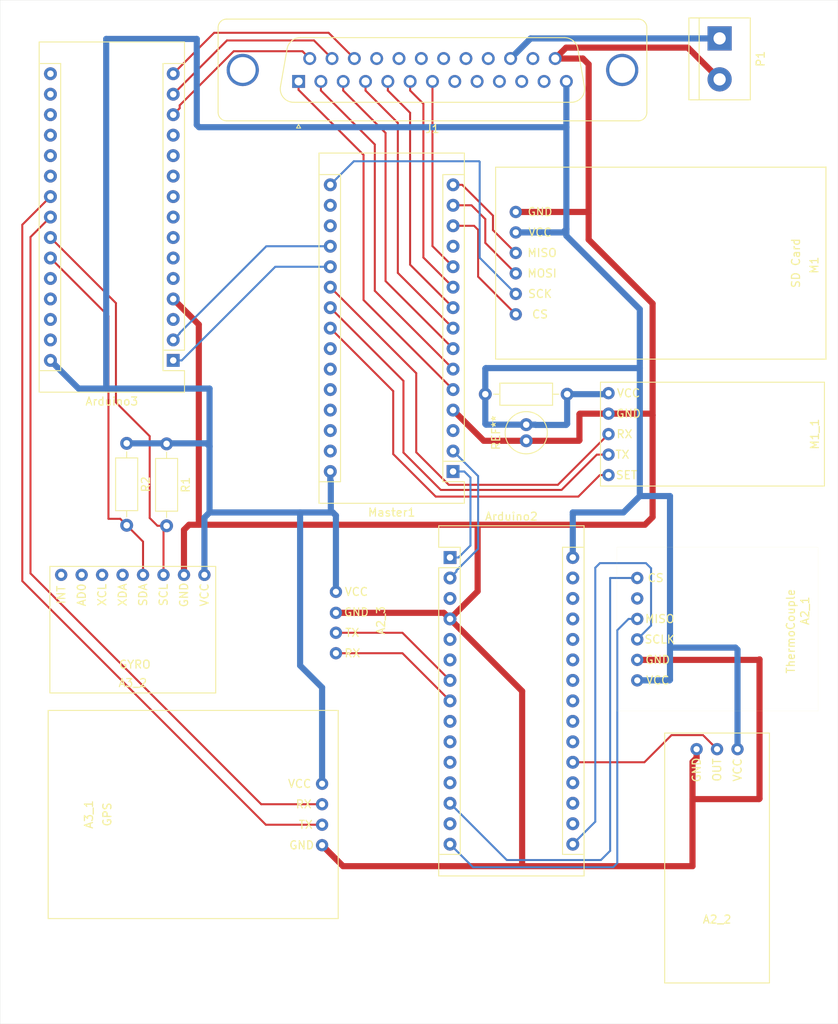
<source format=kicad_pcb>
(kicad_pcb (version 20171130) (host pcbnew "(5.1.0)-1")

  (general
    (thickness 1.6)
    (drawings 4)
    (tracks 248)
    (zones 0)
    (modules 16)
    (nets 99)
  )

  (page A4)
  (layers
    (0 F.Cu signal)
    (31 B.Cu signal)
    (33 F.Adhes user)
    (35 F.Paste user)
    (37 F.SilkS user)
    (39 F.Mask user)
    (40 Dwgs.User user)
    (41 Cmts.User user)
    (42 Eco1.User user)
    (43 Eco2.User user)
    (44 Edge.Cuts user)
    (45 Margin user)
    (46 B.CrtYd user)
    (47 F.CrtYd user)
    (49 F.Fab user)
  )

  (setup
    (last_trace_width 0.762)
    (user_trace_width 0.508)
    (user_trace_width 0.762)
    (trace_clearance 0.2)
    (zone_clearance 0.508)
    (zone_45_only no)
    (trace_min 0.2)
    (via_size 0.8)
    (via_drill 0.4)
    (via_min_size 0.4)
    (via_min_drill 0.3)
    (uvia_size 0.3)
    (uvia_drill 0.1)
    (uvias_allowed no)
    (uvia_min_size 0.2)
    (uvia_min_drill 0.1)
    (edge_width 0.05)
    (segment_width 0.2)
    (pcb_text_width 0.3)
    (pcb_text_size 1.5 1.5)
    (mod_edge_width 0.12)
    (mod_text_size 1 1)
    (mod_text_width 0.15)
    (pad_size 1.6 1.6)
    (pad_drill 0.8)
    (pad_to_mask_clearance 0.051)
    (solder_mask_min_width 0.25)
    (aux_axis_origin 0 0)
    (visible_elements 7FFFFFFF)
    (pcbplotparams
      (layerselection 0x010fc_ffffffff)
      (usegerberextensions false)
      (usegerberattributes false)
      (usegerberadvancedattributes false)
      (creategerberjobfile false)
      (excludeedgelayer true)
      (linewidth 0.100000)
      (plotframeref false)
      (viasonmask false)
      (mode 1)
      (useauxorigin false)
      (hpglpennumber 1)
      (hpglpenspeed 20)
      (hpglpendiameter 15.000000)
      (psnegative false)
      (psa4output false)
      (plotreference true)
      (plotvalue true)
      (plotinvisibletext false)
      (padsonsilk false)
      (subtractmaskfromsilk false)
      (outputformat 1)
      (mirror false)
      (drillshape 1)
      (scaleselection 1)
      (outputdirectory ""))
  )

  (net 0 "")
  (net 1 /SCLK)
  (net 2 /MISO)
  (net 3 /CS)
  (net 4 /OUT)
  (net 5 /RX)
  (net 6 /TX)
  (net 7 /SDA)
  (net 8 /SCL)
  (net 9 "Net-(A3_2-Pad5)")
  (net 10 "Net-(A3_2-Pad6)")
  (net 11 "Net-(Arduino2-Pad1)")
  (net 12 "Net-(Arduino2-Pad17)")
  (net 13 "Net-(Arduino2-Pad2)")
  (net 14 "Net-(Arduino2-Pad18)")
  (net 15 "Net-(Arduino2-Pad3)")
  (net 16 "Net-(Arduino2-Pad19)")
  (net 17 "Net-(Arduino2-Pad5)")
  (net 18 "Net-(Arduino2-Pad21)")
  (net 19 "Net-(Arduino2-Pad6)")
  (net 20 "Net-(Arduino2-Pad22)")
  (net 21 "Net-(Arduino2-Pad9)")
  (net 22 "Net-(Arduino2-Pad10)")
  (net 23 "Net-(Arduino2-Pad26)")
  (net 24 "Net-(Arduino2-Pad11)")
  (net 25 "Net-(Arduino2-Pad27)")
  (net 26 "Net-(Arduino2-Pad12)")
  (net 27 "Net-(Arduino2-Pad28)")
  (net 28 "Net-(Arduino2-Pad29)")
  (net 29 "Net-(Arduino2-Pad14)")
  (net 30 "Net-(Arduino3-Pad1)")
  (net 31 "Net-(Arduino3-Pad17)")
  (net 32 "Net-(Arduino3-Pad2)")
  (net 33 "Net-(Arduino3-Pad18)")
  (net 34 "Net-(Arduino3-Pad3)")
  (net 35 "Net-(Arduino3-Pad19)")
  (net 36 "Net-(Arduino3-Pad20)")
  (net 37 "Net-(Arduino3-Pad5)")
  (net 38 "Net-(Arduino3-Pad21)")
  (net 39 "Net-(Arduino3-Pad8)")
  (net 40 "Net-(Arduino3-Pad9)")
  (net 41 "Net-(Arduino3-Pad10)")
  (net 42 "Net-(Arduino3-Pad26)")
  (net 43 "Net-(Arduino3-Pad11)")
  (net 44 "Net-(Arduino3-Pad27)")
  (net 45 "Net-(Arduino3-Pad12)")
  (net 46 "Net-(Arduino3-Pad28)")
  (net 47 "Net-(Arduino3-Pad13)")
  (net 48 "Net-(Arduino3-Pad29)")
  (net 49 "Net-(Arduino3-Pad14)")
  (net 50 "Net-(Arduino3-Pad15)")
  (net 51 "Net-(Arduino3-Pad16)")
  (net 52 "Net-(J1-Pad1)")
  (net 53 "Net-(J1-Pad2)")
  (net 54 "Net-(J1-Pad3)")
  (net 55 "Net-(J1-Pad4)")
  (net 56 "Net-(J1-Pad5)")
  (net 57 "Net-(J1-Pad6)")
  (net 58 "Net-(J1-Pad7)")
  (net 59 "Net-(J1-Pad8)")
  (net 60 "Net-(J1-Pad9)")
  (net 61 "Net-(J1-Pad10)")
  (net 62 "Net-(J1-Pad11)")
  (net 63 "Net-(J1-Pad17)")
  (net 64 "Net-(J1-Pad18)")
  (net 65 "Net-(J1-Pad19)")
  (net 66 "Net-(J1-Pad20)")
  (net 67 "Net-(J1-Pad21)")
  (net 68 "Net-(J1-Pad22)")
  (net 69 "Net-(J1-Pad24)")
  (net 70 /MOSI)
  (net 71 /SCK)
  (net 72 "Net-(Master1-Pad29)")
  (net 73 "Net-(Master1-Pad28)")
  (net 74 "Net-(Master1-Pad27)")
  (net 75 "Net-(Master1-Pad26)")
  (net 76 "Net-(Master1-Pad25)")
  (net 77 "Net-(Master1-Pad24)")
  (net 78 "Net-(Master1-Pad3)")
  (net 79 "Net-(Master1-Pad18)")
  (net 80 "Net-(Master1-Pad17)")
  (net 81 /CS_)
  (net 82 /MISO_)
  (net 83 /TX_3)
  (net 84 /RX_3)
  (net 85 /GND)
  (net 86 /VCC_1)
  (net 87 "Net-(A2_1-Pad2)")
  (net 88 VCC)
  (net 89 "Net-(Arduino3-Pad6)")
  (net 90 "Net-(Arduino3-Pad7)")
  (net 91 /SET)
  (net 92 /RX_)
  (net 93 /TX_)
  (net 94 "Net-(J1-Pad12)")
  (net 95 "Net-(Master1-Pad12)")
  (net 96 "Net-(Arduino2-Pad23)")
  (net 97 "Net-(Arduino2-Pad24)")
  (net 98 "Net-(Arduino2-Pad25)")

  (net_class Default "This is the default net class."
    (clearance 0.2)
    (trace_width 0.25)
    (via_dia 0.8)
    (via_drill 0.4)
    (uvia_dia 0.3)
    (uvia_drill 0.1)
    (add_net /CS)
    (add_net /CS_)
    (add_net /GND)
    (add_net /MISO)
    (add_net /MISO_)
    (add_net /MOSI)
    (add_net /OUT)
    (add_net /RX)
    (add_net /RX_)
    (add_net /RX_3)
    (add_net /SCK)
    (add_net /SCL)
    (add_net /SCLK)
    (add_net /SDA)
    (add_net /SET)
    (add_net /TX)
    (add_net /TX_)
    (add_net /TX_3)
    (add_net /VCC_1)
    (add_net "Net-(A2_1-Pad2)")
    (add_net "Net-(A3_2-Pad5)")
    (add_net "Net-(A3_2-Pad6)")
    (add_net "Net-(Arduino2-Pad1)")
    (add_net "Net-(Arduino2-Pad10)")
    (add_net "Net-(Arduino2-Pad11)")
    (add_net "Net-(Arduino2-Pad12)")
    (add_net "Net-(Arduino2-Pad14)")
    (add_net "Net-(Arduino2-Pad17)")
    (add_net "Net-(Arduino2-Pad18)")
    (add_net "Net-(Arduino2-Pad19)")
    (add_net "Net-(Arduino2-Pad2)")
    (add_net "Net-(Arduino2-Pad21)")
    (add_net "Net-(Arduino2-Pad22)")
    (add_net "Net-(Arduino2-Pad23)")
    (add_net "Net-(Arduino2-Pad24)")
    (add_net "Net-(Arduino2-Pad25)")
    (add_net "Net-(Arduino2-Pad26)")
    (add_net "Net-(Arduino2-Pad27)")
    (add_net "Net-(Arduino2-Pad28)")
    (add_net "Net-(Arduino2-Pad29)")
    (add_net "Net-(Arduino2-Pad3)")
    (add_net "Net-(Arduino2-Pad5)")
    (add_net "Net-(Arduino2-Pad6)")
    (add_net "Net-(Arduino2-Pad9)")
    (add_net "Net-(Arduino3-Pad1)")
    (add_net "Net-(Arduino3-Pad10)")
    (add_net "Net-(Arduino3-Pad11)")
    (add_net "Net-(Arduino3-Pad12)")
    (add_net "Net-(Arduino3-Pad13)")
    (add_net "Net-(Arduino3-Pad14)")
    (add_net "Net-(Arduino3-Pad15)")
    (add_net "Net-(Arduino3-Pad16)")
    (add_net "Net-(Arduino3-Pad17)")
    (add_net "Net-(Arduino3-Pad18)")
    (add_net "Net-(Arduino3-Pad19)")
    (add_net "Net-(Arduino3-Pad2)")
    (add_net "Net-(Arduino3-Pad20)")
    (add_net "Net-(Arduino3-Pad21)")
    (add_net "Net-(Arduino3-Pad26)")
    (add_net "Net-(Arduino3-Pad27)")
    (add_net "Net-(Arduino3-Pad28)")
    (add_net "Net-(Arduino3-Pad29)")
    (add_net "Net-(Arduino3-Pad3)")
    (add_net "Net-(Arduino3-Pad5)")
    (add_net "Net-(Arduino3-Pad6)")
    (add_net "Net-(Arduino3-Pad7)")
    (add_net "Net-(Arduino3-Pad8)")
    (add_net "Net-(Arduino3-Pad9)")
    (add_net "Net-(J1-Pad1)")
    (add_net "Net-(J1-Pad10)")
    (add_net "Net-(J1-Pad11)")
    (add_net "Net-(J1-Pad12)")
    (add_net "Net-(J1-Pad17)")
    (add_net "Net-(J1-Pad18)")
    (add_net "Net-(J1-Pad19)")
    (add_net "Net-(J1-Pad2)")
    (add_net "Net-(J1-Pad20)")
    (add_net "Net-(J1-Pad21)")
    (add_net "Net-(J1-Pad22)")
    (add_net "Net-(J1-Pad24)")
    (add_net "Net-(J1-Pad3)")
    (add_net "Net-(J1-Pad4)")
    (add_net "Net-(J1-Pad5)")
    (add_net "Net-(J1-Pad6)")
    (add_net "Net-(J1-Pad7)")
    (add_net "Net-(J1-Pad8)")
    (add_net "Net-(J1-Pad9)")
    (add_net "Net-(Master1-Pad12)")
    (add_net "Net-(Master1-Pad17)")
    (add_net "Net-(Master1-Pad18)")
    (add_net "Net-(Master1-Pad24)")
    (add_net "Net-(Master1-Pad25)")
    (add_net "Net-(Master1-Pad26)")
    (add_net "Net-(Master1-Pad27)")
    (add_net "Net-(Master1-Pad28)")
    (add_net "Net-(Master1-Pad29)")
    (add_net "Net-(Master1-Pad3)")
    (add_net VCC)
  )

  (module Capacitor_THT:C_Radial_D5.0mm_H11.0mm_P2.00mm (layer F.Cu) (tedit 5CF05458) (tstamp 5CF1AC87)
    (at 132.1435 75.2475 90)
    (descr "C, Radial series, Radial, pin pitch=2.00mm, diameter=5mm, height=11mm, Non-Polar Electrolytic Capacitor")
    (tags "C Radial series Radial pin pitch 2.00mm diameter 5mm height 11mm Non-Polar Electrolytic Capacitor")
    (fp_text reference REF** (at 1 -3.75 90) (layer F.SilkS)
      (effects (font (size 1 1) (thickness 0.15)))
    )
    (fp_text value C_Radial_D5.0mm_H11.0mm_P2.00mm (at 1 3.75 90) (layer F.Fab)
      (effects (font (size 1 1) (thickness 0.15)))
    )
    (fp_text user %R (at 1 0 90) (layer F.Fab)
      (effects (font (size 1 1) (thickness 0.15)))
    )
    (fp_circle (center 1 0) (end 3.75 0) (layer F.CrtYd) (width 0.05))
    (fp_circle (center 1 0) (end 3.62 0) (layer F.SilkS) (width 0.12))
    (fp_circle (center 1 0) (end 3.5 0) (layer F.Fab) (width 0.1))
    (pad 2 thru_hole circle (at 2 0 90) (size 1.6 1.6) (drill 0.8) (layers *.Cu *.Mask)
      (net 88 VCC))
    (pad 1 thru_hole circle (at 0 0 90) (size 1.6 1.6) (drill 0.8) (layers *.Cu *.Mask)
      (net 85 /GND))
    (model ${KISYS3DMOD}/Capacitor_THT.3dshapes/C_Radial_D5.0mm_H11.0mm_P2.00mm.wrl
      (at (xyz 0 0 0))
      (scale (xyz 1 1 1))
      (rotate (xyz 0 0 0))
    )
  )

  (module Resistor_THT:R_Axial_DIN0207_L6.3mm_D2.5mm_P10.16mm_Horizontal (layer F.Cu) (tedit 5CF0FB3E) (tstamp 5CF1A3C4)
    (at 127.0635 69.469)
    (descr "Resistor, Axial_DIN0207 series, Axial, Horizontal, pin pitch=10.16mm, 0.25W = 1/4W, length*diameter=6.3*2.5mm^2, http://cdn-reichelt.de/documents/datenblatt/B400/1_4W%23YAG.pdf")
    (tags "Resistor Axial_DIN0207 series Axial Horizontal pin pitch 10.16mm 0.25W = 1/4W length 6.3mm diameter 2.5mm")
    (path /5CB86E2B)
    (fp_text reference R1 (at 5.08 -2.37) (layer F.Fab)
      (effects (font (size 1 1) (thickness 0.15)))
    )
    (fp_text value "10K Ohms" (at 78.105 -8.9535) (layer F.Fab) hide
      (effects (font (size 1 1) (thickness 0.15)))
    )
    (fp_text user d (at 5.08 0) (layer F.Fab) hide
      (effects (font (size 1 1) (thickness 0.15)))
    )
    (fp_line (start 11.21 -1.5) (end -1.05 -1.5) (layer F.CrtYd) (width 0.05))
    (fp_line (start 11.21 1.5) (end 11.21 -1.5) (layer F.CrtYd) (width 0.05))
    (fp_line (start -1.05 1.5) (end 11.21 1.5) (layer F.CrtYd) (width 0.05))
    (fp_line (start -1.05 -1.5) (end -1.05 1.5) (layer F.CrtYd) (width 0.05))
    (fp_line (start 9.12 0) (end 8.35 0) (layer F.SilkS) (width 0.12))
    (fp_line (start 1.04 0) (end 1.81 0) (layer F.SilkS) (width 0.12))
    (fp_line (start 8.35 -1.37) (end 1.81 -1.37) (layer F.SilkS) (width 0.12))
    (fp_line (start 8.35 1.37) (end 8.35 -1.37) (layer F.SilkS) (width 0.12))
    (fp_line (start 1.81 1.37) (end 8.35 1.37) (layer F.SilkS) (width 0.12))
    (fp_line (start 1.81 -1.37) (end 1.81 1.37) (layer F.SilkS) (width 0.12))
    (fp_line (start 10.16 0) (end 8.23 0) (layer F.Fab) (width 0.1))
    (fp_line (start 0 0) (end 1.93 0) (layer F.Fab) (width 0.1))
    (fp_line (start 8.23 -1.25) (end 1.93 -1.25) (layer F.Fab) (width 0.1))
    (fp_line (start 8.23 1.25) (end 8.23 -1.25) (layer F.Fab) (width 0.1))
    (fp_line (start 1.93 1.25) (end 8.23 1.25) (layer F.Fab) (width 0.1))
    (fp_line (start 1.93 -1.25) (end 1.93 1.25) (layer F.Fab) (width 0.1))
    (pad 2 thru_hole oval (at 10.16 0) (size 1.6 1.6) (drill 0.8) (layers *.Cu *.Mask)
      (net 88 VCC))
    (pad 1 thru_hole circle (at 0 0) (size 1.6 1.6) (drill 0.8) (layers *.Cu *.Mask)
      (net 88 VCC))
    (model ${KISYS3DMOD}/Resistor_THT.3dshapes/R_Axial_DIN0207_L6.3mm_D2.5mm_P10.16mm_Horizontal.wrl
      (at (xyz 0 0 0))
      (scale (xyz 1 1 1))
      (rotate (xyz 0 0 0))
    )
  )

  (module Eco-PCB-Sensor-Footprints:Gyro-MPU-6050 (layer F.Cu) (tedit 5CD160B8) (tstamp 5CF0C0AA)
    (at 83.312 98.679 180)
    (path /5CB6E4A8)
    (fp_text reference A3_2 (at 0 -6.604 180) (layer F.SilkS)
      (effects (font (size 1 1) (thickness 0.15)))
    )
    (fp_text value GYRO (at -0.254 -4.318 180) (layer F.SilkS)
      (effects (font (size 1 1) (thickness 0.15)))
    )
    (fp_line (start 10.29 7.85) (end 10.29 -7.85) (layer F.SilkS) (width 0.12))
    (fp_line (start -10.29 7.85) (end -10.29 -7.85) (layer F.SilkS) (width 0.12))
    (fp_line (start -10.29 -7.85) (end 10.29 -7.85) (layer F.SilkS) (width 0.12))
    (fp_line (start -10.29 7.85) (end 10.29 7.85) (layer F.SilkS) (width 0.12))
    (fp_text user INT (at 8.89 4.318 270) (layer F.SilkS)
      (effects (font (size 1 1) (thickness 0.15)))
    )
    (fp_text user AD0 (at 6.35 4.318 270) (layer F.SilkS)
      (effects (font (size 1 1) (thickness 0.15)))
    )
    (fp_text user XCL (at 3.81 4.318 270) (layer F.SilkS)
      (effects (font (size 1 1) (thickness 0.15)))
    )
    (fp_text user XDA (at 1.27 4.318 270) (layer F.SilkS)
      (effects (font (size 1 1) (thickness 0.15)))
    )
    (fp_text user SDA (at -1.27 4.318 270) (layer F.SilkS)
      (effects (font (size 1 1) (thickness 0.15)))
    )
    (fp_text user SCL (at -3.81 4.318 270) (layer F.SilkS)
      (effects (font (size 1 1) (thickness 0.15)))
    )
    (fp_text user GND (at -6.35 4.318 270) (layer F.SilkS)
      (effects (font (size 1 1) (thickness 0.15)))
    )
    (fp_text user VCC (at -8.89 4.318 270) (layer F.SilkS)
      (effects (font (size 1 1) (thickness 0.15)))
    )
    (pad 1 thru_hole circle (at -8.89 6.8 180) (size 1.524 1.524) (drill 0.762) (layers *.Cu *.Mask)
      (net 88 VCC))
    (pad 2 thru_hole circle (at -6.35 6.8 180) (size 1.524 1.524) (drill 0.762) (layers *.Cu *.Mask)
      (net 85 /GND))
    (pad 3 thru_hole circle (at -3.81 6.8 180) (size 1.524 1.524) (drill 0.762) (layers *.Cu *.Mask)
      (net 7 /SDA))
    (pad 4 thru_hole circle (at -1.27 6.8 180) (size 1.524 1.524) (drill 0.762) (layers *.Cu *.Mask)
      (net 8 /SCL))
    (pad 5 thru_hole circle (at 1.27 6.8 180) (size 1.524 1.524) (drill 0.762) (layers *.Cu *.Mask)
      (net 9 "Net-(A3_2-Pad5)"))
    (pad 6 thru_hole circle (at 3.81 6.8 180) (size 1.524 1.524) (drill 0.762) (layers *.Cu *.Mask)
      (net 10 "Net-(A3_2-Pad6)"))
    (pad 7 thru_hole circle (at 6.35 6.8 180) (size 1.524 1.524) (drill 0.762) (layers *.Cu *.Mask))
    (pad 8 thru_hole circle (at 8.89 6.8 180) (size 1.524 1.524) (drill 0.762) (layers *.Cu *.Mask))
  )

  (module Eco-PCB-Sensor-Footprints:PMOD_TC1_Thermocouple (layer F.Cu) (tedit 5CF03AA4) (tstamp 5CF0C068)
    (at 149.733 96.0755 270)
    (path /5CAA7969)
    (fp_text reference A2_1 (at 0.254 -17.018 270) (layer F.SilkS)
      (effects (font (size 1 1) (thickness 0.15)))
    )
    (fp_text value ThermoCouple (at 2.794 -15.24 270) (layer F.SilkS)
      (effects (font (size 1 1) (thickness 0.15)))
    )
    (fp_line (start 12.7 6.35) (end 12.7 -18.6436) (layer F.SilkS) (width 0.01))
    (fp_line (start -7.62 6.35) (end -7.62 -18.6436) (layer F.SilkS) (width 0.01))
    (fp_line (start -7.62 6.35) (end 12.7 6.35) (layer F.SilkS) (width 0.01))
    (fp_line (start -7.62 -18.6436) (end 12.7 -18.6436) (layer F.SilkS) (width 0.01))
    (fp_text user VCC (at 8.89 1.27) (layer F.SilkS)
      (effects (font (size 1 1) (thickness 0.15)))
    )
    (fp_text user GND (at 6.35 1.27) (layer F.SilkS)
      (effects (font (size 1 1) (thickness 0.15)))
    )
    (fp_text user SCLK (at 3.81 1.016) (layer F.SilkS)
      (effects (font (size 1 1) (thickness 0.15)))
    )
    (fp_text user MISO (at 1.27 1.016) (layer F.SilkS)
      (effects (font (size 1 1) (thickness 0.15)))
    )
    (fp_text user CS (at -3.81 1.524) (layer F.SilkS)
      (effects (font (size 1 1) (thickness 0.15)))
    )
    (pad 1 thru_hole circle (at -3.81 3.81 270) (size 1.524 1.524) (drill 0.762) (layers *.Cu *.Mask)
      (net 3 /CS))
    (pad 2 thru_hole circle (at -1.27 3.81 270) (size 1.524 1.524) (drill 0.762) (layers *.Cu *.Mask)
      (net 87 "Net-(A2_1-Pad2)"))
    (pad 3 thru_hole circle (at 1.27 3.81 270) (size 1.524 1.524) (drill 0.762) (layers *.Cu *.Mask)
      (net 2 /MISO))
    (pad 4 thru_hole circle (at 3.81 3.81 270) (size 1.524 1.524) (drill 0.762) (layers *.Cu *.Mask)
      (net 1 /SCLK))
    (pad 5 thru_hole circle (at 6.35 3.81 270) (size 1.524 1.524) (drill 0.762) (layers *.Cu *.Mask)
      (net 85 /GND))
    (pad 6 thru_hole circle (at 8.89 3.81 270) (size 1.524 1.524) (drill 0.762) (layers *.Cu *.Mask)
      (net 88 VCC))
  )

  (module Eco-PCB-Sensor-Footprints:Current-Sensor (layer F.Cu) (tedit 5CD19194) (tstamp 5CF0C076)
    (at 155.829 127 180)
    (path /5CA8F0C8)
    (fp_text reference A2_2 (at 0 -7.62 180) (layer F.SilkS)
      (effects (font (size 1 1) (thickness 0.15)))
    )
    (fp_text value "Current Sensor" (at 0 -5.588 180) (layer F.Fab)
      (effects (font (size 1 1) (thickness 0.15)))
    )
    (fp_line (start 6.5 15.5) (end -6.5 15.5) (layer F.SilkS) (width 0.12))
    (fp_line (start 6.5 -15.5) (end -6.5 -15.5) (layer F.SilkS) (width 0.12))
    (fp_line (start -6.5 15.5) (end -6.5 -15.5) (layer F.SilkS) (width 0.12))
    (fp_line (start 6.5 15.5) (end 6.5 -15.5) (layer F.SilkS) (width 0.12))
    (fp_text user VCC (at -2.54 10.922 270) (layer F.SilkS)
      (effects (font (size 1 1) (thickness 0.15)))
    )
    (fp_text user OUT (at 0 10.922 270) (layer F.SilkS)
      (effects (font (size 1 1) (thickness 0.15)))
    )
    (fp_text user GND (at 2.54 10.922 270) (layer F.SilkS)
      (effects (font (size 1 1) (thickness 0.15)))
    )
    (pad 2 thru_hole circle (at 0 13.5 180) (size 1.524 1.524) (drill 0.762) (layers *.Cu *.Mask)
      (net 4 /OUT))
    (pad 1 thru_hole circle (at -2.54 13.5 180) (size 1.524 1.524) (drill 0.762) (layers *.Cu *.Mask)
      (net 88 VCC))
    (pad 3 thru_hole circle (at 2.54 13.5 180) (size 1.524 1.524) (drill 0.762) (layers *.Cu *.Mask)
      (net 85 /GND))
  )

  (module Eco-PCB-Sensor-Footprints:BMS_Serial_Pins (layer F.Cu) (tedit 5CD45978) (tstamp 5CF0C082)
    (at 108.5215 97.79 270)
    (path /5CE68E32)
    (fp_text reference A2_3 (at -0.254 -5.588 270) (layer F.SilkS)
      (effects (font (size 1 1) (thickness 0.15)))
    )
    (fp_text value "BMS Serial Pins" (at 0 2.032 270) (layer F.Fab)
      (effects (font (size 1 1) (thickness 0.15)))
    )
    (fp_text user VCC (at -3.81 -2.54) (layer F.SilkS)
      (effects (font (size 1 1) (thickness 0.15)))
    )
    (fp_text user GND (at -1.27 -2.54) (layer F.SilkS)
      (effects (font (size 1 1) (thickness 0.15)))
    )
    (fp_text user TX (at 1.27 -2.032) (layer F.SilkS)
      (effects (font (size 1 1) (thickness 0.15)))
    )
    (fp_text user RX (at 3.81 -2.032) (layer F.SilkS)
      (effects (font (size 1 1) (thickness 0.15)))
    )
    (pad 1 thru_hole circle (at -3.81 0 270) (size 1.524 1.524) (drill 0.762) (layers *.Cu *.Mask)
      (net 88 VCC))
    (pad 2 thru_hole circle (at -1.2 0 270) (size 1.524 1.524) (drill 0.762) (layers *.Cu *.Mask)
      (net 85 /GND))
    (pad 3 thru_hole circle (at 1.27 0 270) (size 1.524 1.524) (drill 0.762) (layers *.Cu *.Mask)
      (net 6 /TX))
    (pad 4 thru_hole circle (at 3.81 0 270) (size 1.524 1.524) (drill 0.762) (layers *.Cu *.Mask)
      (net 5 /RX))
  )

  (module Eco-PCB-Sensor-Footprints:GPS (layer F.Cu) (tedit 5CD18D1C) (tstamp 5CF0C092)
    (at 90.805 121.6025 90)
    (path /5CB6516B)
    (fp_text reference A3_1 (at 0 -12.954 90) (layer F.SilkS)
      (effects (font (size 1 1) (thickness 0.15)))
    )
    (fp_text value GPS (at 0 -10.668 90) (layer F.SilkS)
      (effects (font (size 1 1) (thickness 0.15)))
    )
    (fp_line (start -12.91 18) (end 12.91 18) (layer F.SilkS) (width 0.12))
    (fp_line (start -12.91 -18) (end 12.91 -18) (layer F.SilkS) (width 0.12))
    (fp_line (start -12.91 -18) (end -12.91 18) (layer F.SilkS) (width 0.12))
    (fp_line (start 12.91 18) (end 12.91 -18) (layer F.SilkS) (width 0.12))
    (fp_text user VCC (at 3.81 13.208 180) (layer F.SilkS)
      (effects (font (size 1 1) (thickness 0.15)))
    )
    (fp_text user RX (at 1.27 13.716 180) (layer F.SilkS)
      (effects (font (size 1 1) (thickness 0.15)))
    )
    (fp_text user TX (at -1.27 13.97 180) (layer F.SilkS)
      (effects (font (size 1 1) (thickness 0.15)))
    )
    (fp_text user GND (at -3.81 13.462 180) (layer F.SilkS)
      (effects (font (size 1 1) (thickness 0.15)))
    )
    (pad 1 thru_hole circle (at -3.81 16 90) (size 1.524 1.524) (drill 0.762) (layers *.Cu *.Mask)
      (net 85 /GND))
    (pad 2 thru_hole circle (at -1.27 16 90) (size 1.524 1.524) (drill 0.762) (layers *.Cu *.Mask)
      (net 83 /TX_3))
    (pad 3 thru_hole circle (at 1.27 16 90) (size 1.524 1.524) (drill 0.762) (layers *.Cu *.Mask)
      (net 84 /RX_3))
    (pad 4 thru_hole circle (at 3.81 16 90) (size 1.524 1.524) (drill 0.762) (layers *.Cu *.Mask)
      (net 88 VCC))
  )

  (module Module:Arduino_Nano (layer F.Cu) (tedit 5CF03A9E) (tstamp 5CF0C0E7)
    (at 122.682 89.7255)
    (descr "Arduino Nano, http://www.mouser.com/pdfdocs/Gravitech_Arduino_Nano3_0.pdf")
    (tags "Arduino Nano")
    (path /5CA88116)
    (fp_text reference Arduino2 (at 7.62 -5.08) (layer F.SilkS)
      (effects (font (size 1 1) (thickness 0.15)))
    )
    (fp_text value Arduino_Nano (at 8.89 19.05 90) (layer F.Fab)
      (effects (font (size 1 1) (thickness 0.15)))
    )
    (fp_text user %R (at 6.35 19.05 90) (layer F.Fab)
      (effects (font (size 1 1) (thickness 0.15)))
    )
    (fp_line (start 1.27 1.27) (end 1.27 -1.27) (layer F.SilkS) (width 0.12))
    (fp_line (start 1.27 -1.27) (end -1.4 -1.27) (layer F.SilkS) (width 0.12))
    (fp_line (start -1.4 1.27) (end -1.4 39.5) (layer F.SilkS) (width 0.12))
    (fp_line (start -1.4 -3.94) (end -1.4 -1.27) (layer F.SilkS) (width 0.12))
    (fp_line (start 13.97 -1.27) (end 16.64 -1.27) (layer F.SilkS) (width 0.12))
    (fp_line (start 13.97 -1.27) (end 13.97 36.83) (layer F.SilkS) (width 0.12))
    (fp_line (start 13.97 36.83) (end 16.64 36.83) (layer F.SilkS) (width 0.12))
    (fp_line (start 1.27 1.27) (end -1.4 1.27) (layer F.SilkS) (width 0.12))
    (fp_line (start 1.27 1.27) (end 1.27 36.83) (layer F.SilkS) (width 0.12))
    (fp_line (start 1.27 36.83) (end -1.4 36.83) (layer F.SilkS) (width 0.12))
    (fp_line (start 3.81 31.75) (end 11.43 31.75) (layer F.Fab) (width 0.1))
    (fp_line (start 11.43 31.75) (end 11.43 41.91) (layer F.Fab) (width 0.1))
    (fp_line (start 11.43 41.91) (end 3.81 41.91) (layer F.Fab) (width 0.1))
    (fp_line (start 3.81 41.91) (end 3.81 31.75) (layer F.Fab) (width 0.1))
    (fp_line (start -1.4 39.5) (end 16.64 39.5) (layer F.SilkS) (width 0.12))
    (fp_line (start 16.64 39.5) (end 16.64 -3.94) (layer F.SilkS) (width 0.12))
    (fp_line (start 16.64 -3.94) (end -1.4 -3.94) (layer F.SilkS) (width 0.12))
    (fp_line (start 16.51 39.37) (end -1.27 39.37) (layer F.Fab) (width 0.1))
    (fp_line (start -1.27 39.37) (end -1.27 -2.54) (layer F.Fab) (width 0.1))
    (fp_line (start -1.27 -2.54) (end 0 -3.81) (layer F.Fab) (width 0.1))
    (fp_line (start 0 -3.81) (end 16.51 -3.81) (layer F.Fab) (width 0.1))
    (fp_line (start 16.51 -3.81) (end 16.51 39.37) (layer F.Fab) (width 0.1))
    (fp_line (start -1.53 -4.06) (end 16.75 -4.06) (layer F.CrtYd) (width 0.05))
    (fp_line (start -1.53 -4.06) (end -1.53 42.16) (layer F.CrtYd) (width 0.05))
    (fp_line (start 16.75 42.16) (end 16.75 -4.06) (layer F.CrtYd) (width 0.05))
    (fp_line (start 16.75 42.16) (end -1.53 42.16) (layer F.CrtYd) (width 0.05))
    (pad 1 thru_hole rect (at 0 0) (size 1.6 1.6) (drill 0.8) (layers *.Cu *.Mask)
      (net 11 "Net-(Arduino2-Pad1)"))
    (pad 17 thru_hole oval (at 15.24 33.02) (size 1.6 1.6) (drill 0.8) (layers *.Cu *.Mask)
      (net 12 "Net-(Arduino2-Pad17)"))
    (pad 2 thru_hole oval (at 0 2.54) (size 1.6 1.6) (drill 0.8) (layers *.Cu *.Mask)
      (net 13 "Net-(Arduino2-Pad2)"))
    (pad 18 thru_hole oval (at 15.24 30.48) (size 1.6 1.6) (drill 0.8) (layers *.Cu *.Mask)
      (net 14 "Net-(Arduino2-Pad18)"))
    (pad 3 thru_hole oval (at 0 5.08) (size 1.6 1.6) (drill 0.8) (layers *.Cu *.Mask)
      (net 15 "Net-(Arduino2-Pad3)"))
    (pad 19 thru_hole oval (at 15.24 27.94) (size 1.6 1.6) (drill 0.8) (layers *.Cu *.Mask)
      (net 16 "Net-(Arduino2-Pad19)"))
    (pad 4 thru_hole oval (at 0 7.62) (size 1.6 1.6) (drill 0.8) (layers *.Cu *.Mask)
      (net 85 /GND))
    (pad 20 thru_hole oval (at 15.24 25.4) (size 1.6 1.6) (drill 0.8) (layers *.Cu *.Mask)
      (net 4 /OUT))
    (pad 5 thru_hole oval (at 0 10.16) (size 1.6 1.6) (drill 0.8) (layers *.Cu *.Mask)
      (net 17 "Net-(Arduino2-Pad5)"))
    (pad 21 thru_hole oval (at 15.24 22.86) (size 1.6 1.6) (drill 0.8) (layers *.Cu *.Mask)
      (net 18 "Net-(Arduino2-Pad21)"))
    (pad 6 thru_hole oval (at 0 12.7) (size 1.6 1.6) (drill 0.8) (layers *.Cu *.Mask)
      (net 19 "Net-(Arduino2-Pad6)"))
    (pad 22 thru_hole oval (at 15.24 20.32) (size 1.6 1.6) (drill 0.8) (layers *.Cu *.Mask)
      (net 20 "Net-(Arduino2-Pad22)"))
    (pad 7 thru_hole oval (at 0 15.24) (size 1.6 1.6) (drill 0.8) (layers *.Cu *.Mask)
      (net 6 /TX))
    (pad 23 thru_hole oval (at 15.24 17.78) (size 1.6 1.6) (drill 0.8) (layers *.Cu *.Mask)
      (net 96 "Net-(Arduino2-Pad23)"))
    (pad 8 thru_hole oval (at 0 17.78) (size 1.6 1.6) (drill 0.8) (layers *.Cu *.Mask)
      (net 5 /RX))
    (pad 24 thru_hole oval (at 15.24 15.24) (size 1.6 1.6) (drill 0.8) (layers *.Cu *.Mask)
      (net 97 "Net-(Arduino2-Pad24)"))
    (pad 9 thru_hole oval (at 0 20.32) (size 1.6 1.6) (drill 0.8) (layers *.Cu *.Mask)
      (net 21 "Net-(Arduino2-Pad9)"))
    (pad 25 thru_hole oval (at 15.24 12.7) (size 1.6 1.6) (drill 0.8) (layers *.Cu *.Mask)
      (net 98 "Net-(Arduino2-Pad25)"))
    (pad 10 thru_hole oval (at 0 22.86) (size 1.6 1.6) (drill 0.8) (layers *.Cu *.Mask)
      (net 22 "Net-(Arduino2-Pad10)"))
    (pad 26 thru_hole oval (at 15.24 10.16) (size 1.6 1.6) (drill 0.8) (layers *.Cu *.Mask)
      (net 23 "Net-(Arduino2-Pad26)"))
    (pad 11 thru_hole oval (at 0 25.4) (size 1.6 1.6) (drill 0.8) (layers *.Cu *.Mask)
      (net 24 "Net-(Arduino2-Pad11)"))
    (pad 27 thru_hole oval (at 15.24 7.62) (size 1.6 1.6) (drill 0.8) (layers *.Cu *.Mask)
      (net 25 "Net-(Arduino2-Pad27)"))
    (pad 12 thru_hole oval (at 0 27.94) (size 1.6 1.6) (drill 0.8) (layers *.Cu *.Mask)
      (net 26 "Net-(Arduino2-Pad12)"))
    (pad 28 thru_hole oval (at 15.24 5.08) (size 1.6 1.6) (drill 0.8) (layers *.Cu *.Mask)
      (net 27 "Net-(Arduino2-Pad28)"))
    (pad 13 thru_hole oval (at 0 30.48) (size 1.6 1.6) (drill 0.8) (layers *.Cu *.Mask)
      (net 3 /CS))
    (pad 29 thru_hole oval (at 15.24 2.54) (size 1.6 1.6) (drill 0.8) (layers *.Cu *.Mask)
      (net 28 "Net-(Arduino2-Pad29)"))
    (pad 14 thru_hole oval (at 0 33.02) (size 1.6 1.6) (drill 0.8) (layers *.Cu *.Mask)
      (net 29 "Net-(Arduino2-Pad14)"))
    (pad 30 thru_hole oval (at 15.24 0) (size 1.6 1.6) (drill 0.8) (layers *.Cu *.Mask)
      (net 88 VCC))
    (pad 15 thru_hole oval (at 0 35.56) (size 1.6 1.6) (drill 0.8) (layers *.Cu *.Mask)
      (net 2 /MISO))
    (pad 16 thru_hole oval (at 15.24 35.56) (size 1.6 1.6) (drill 0.8) (layers *.Cu *.Mask)
      (net 1 /SCLK))
    (model ${KISYS3DMOD}/Module.3dshapes/Arduino_Nano_WithMountingHoles.wrl
      (at (xyz 0 0 0))
      (scale (xyz 1 1 1))
      (rotate (xyz 0 0 0))
    )
  )

  (module Module:Arduino_Nano (layer F.Cu) (tedit 58ACAF70) (tstamp 5CF0C124)
    (at 88.3285 65.278 180)
    (descr "Arduino Nano, http://www.mouser.com/pdfdocs/Gravitech_Arduino_Nano3_0.pdf")
    (tags "Arduino Nano")
    (path /5CA8C623)
    (fp_text reference Arduino3 (at 7.62 -5.08 180) (layer F.SilkS)
      (effects (font (size 1 1) (thickness 0.15)))
    )
    (fp_text value Arduino_Nano (at 8.89 19.05 270) (layer F.Fab)
      (effects (font (size 1 1) (thickness 0.15)))
    )
    (fp_text user %R (at 6.35 19.05 270) (layer F.Fab)
      (effects (font (size 1 1) (thickness 0.15)))
    )
    (fp_line (start 1.27 1.27) (end 1.27 -1.27) (layer F.SilkS) (width 0.12))
    (fp_line (start 1.27 -1.27) (end -1.4 -1.27) (layer F.SilkS) (width 0.12))
    (fp_line (start -1.4 1.27) (end -1.4 39.5) (layer F.SilkS) (width 0.12))
    (fp_line (start -1.4 -3.94) (end -1.4 -1.27) (layer F.SilkS) (width 0.12))
    (fp_line (start 13.97 -1.27) (end 16.64 -1.27) (layer F.SilkS) (width 0.12))
    (fp_line (start 13.97 -1.27) (end 13.97 36.83) (layer F.SilkS) (width 0.12))
    (fp_line (start 13.97 36.83) (end 16.64 36.83) (layer F.SilkS) (width 0.12))
    (fp_line (start 1.27 1.27) (end -1.4 1.27) (layer F.SilkS) (width 0.12))
    (fp_line (start 1.27 1.27) (end 1.27 36.83) (layer F.SilkS) (width 0.12))
    (fp_line (start 1.27 36.83) (end -1.4 36.83) (layer F.SilkS) (width 0.12))
    (fp_line (start 3.81 31.75) (end 11.43 31.75) (layer F.Fab) (width 0.1))
    (fp_line (start 11.43 31.75) (end 11.43 41.91) (layer F.Fab) (width 0.1))
    (fp_line (start 11.43 41.91) (end 3.81 41.91) (layer F.Fab) (width 0.1))
    (fp_line (start 3.81 41.91) (end 3.81 31.75) (layer F.Fab) (width 0.1))
    (fp_line (start -1.4 39.5) (end 16.64 39.5) (layer F.SilkS) (width 0.12))
    (fp_line (start 16.64 39.5) (end 16.64 -3.94) (layer F.SilkS) (width 0.12))
    (fp_line (start 16.64 -3.94) (end -1.4 -3.94) (layer F.SilkS) (width 0.12))
    (fp_line (start 16.51 39.37) (end -1.27 39.37) (layer F.Fab) (width 0.1))
    (fp_line (start -1.27 39.37) (end -1.27 -2.54) (layer F.Fab) (width 0.1))
    (fp_line (start -1.27 -2.54) (end 0 -3.81) (layer F.Fab) (width 0.1))
    (fp_line (start 0 -3.81) (end 16.51 -3.81) (layer F.Fab) (width 0.1))
    (fp_line (start 16.51 -3.81) (end 16.51 39.37) (layer F.Fab) (width 0.1))
    (fp_line (start -1.53 -4.06) (end 16.75 -4.06) (layer F.CrtYd) (width 0.05))
    (fp_line (start -1.53 -4.06) (end -1.53 42.16) (layer F.CrtYd) (width 0.05))
    (fp_line (start 16.75 42.16) (end 16.75 -4.06) (layer F.CrtYd) (width 0.05))
    (fp_line (start 16.75 42.16) (end -1.53 42.16) (layer F.CrtYd) (width 0.05))
    (pad 1 thru_hole rect (at 0 0 180) (size 1.6 1.6) (drill 0.8) (layers *.Cu *.Mask)
      (net 30 "Net-(Arduino3-Pad1)"))
    (pad 17 thru_hole oval (at 15.24 33.02 180) (size 1.6 1.6) (drill 0.8) (layers *.Cu *.Mask)
      (net 31 "Net-(Arduino3-Pad17)"))
    (pad 2 thru_hole oval (at 0 2.54 180) (size 1.6 1.6) (drill 0.8) (layers *.Cu *.Mask)
      (net 32 "Net-(Arduino3-Pad2)"))
    (pad 18 thru_hole oval (at 15.24 30.48 180) (size 1.6 1.6) (drill 0.8) (layers *.Cu *.Mask)
      (net 33 "Net-(Arduino3-Pad18)"))
    (pad 3 thru_hole oval (at 0 5.08 180) (size 1.6 1.6) (drill 0.8) (layers *.Cu *.Mask)
      (net 34 "Net-(Arduino3-Pad3)"))
    (pad 19 thru_hole oval (at 15.24 27.94 180) (size 1.6 1.6) (drill 0.8) (layers *.Cu *.Mask)
      (net 35 "Net-(Arduino3-Pad19)"))
    (pad 4 thru_hole oval (at 0 7.62 180) (size 1.6 1.6) (drill 0.8) (layers *.Cu *.Mask)
      (net 85 /GND))
    (pad 20 thru_hole oval (at 15.24 25.4 180) (size 1.6 1.6) (drill 0.8) (layers *.Cu *.Mask)
      (net 36 "Net-(Arduino3-Pad20)"))
    (pad 5 thru_hole oval (at 0 10.16 180) (size 1.6 1.6) (drill 0.8) (layers *.Cu *.Mask)
      (net 37 "Net-(Arduino3-Pad5)"))
    (pad 21 thru_hole oval (at 15.24 22.86 180) (size 1.6 1.6) (drill 0.8) (layers *.Cu *.Mask)
      (net 38 "Net-(Arduino3-Pad21)"))
    (pad 6 thru_hole oval (at 0 12.7 180) (size 1.6 1.6) (drill 0.8) (layers *.Cu *.Mask)
      (net 89 "Net-(Arduino3-Pad6)"))
    (pad 22 thru_hole oval (at 15.24 20.32 180) (size 1.6 1.6) (drill 0.8) (layers *.Cu *.Mask)
      (net 83 /TX_3))
    (pad 7 thru_hole oval (at 0 15.24 180) (size 1.6 1.6) (drill 0.8) (layers *.Cu *.Mask)
      (net 90 "Net-(Arduino3-Pad7)"))
    (pad 23 thru_hole oval (at 15.24 17.78 180) (size 1.6 1.6) (drill 0.8) (layers *.Cu *.Mask)
      (net 84 /RX_3))
    (pad 8 thru_hole oval (at 0 17.78 180) (size 1.6 1.6) (drill 0.8) (layers *.Cu *.Mask)
      (net 39 "Net-(Arduino3-Pad8)"))
    (pad 24 thru_hole oval (at 15.24 15.24 180) (size 1.6 1.6) (drill 0.8) (layers *.Cu *.Mask)
      (net 7 /SDA))
    (pad 9 thru_hole oval (at 0 20.32 180) (size 1.6 1.6) (drill 0.8) (layers *.Cu *.Mask)
      (net 40 "Net-(Arduino3-Pad9)"))
    (pad 25 thru_hole oval (at 15.24 12.7 180) (size 1.6 1.6) (drill 0.8) (layers *.Cu *.Mask)
      (net 8 /SCL))
    (pad 10 thru_hole oval (at 0 22.86 180) (size 1.6 1.6) (drill 0.8) (layers *.Cu *.Mask)
      (net 41 "Net-(Arduino3-Pad10)"))
    (pad 26 thru_hole oval (at 15.24 10.16 180) (size 1.6 1.6) (drill 0.8) (layers *.Cu *.Mask)
      (net 42 "Net-(Arduino3-Pad26)"))
    (pad 11 thru_hole oval (at 0 25.4 180) (size 1.6 1.6) (drill 0.8) (layers *.Cu *.Mask)
      (net 43 "Net-(Arduino3-Pad11)"))
    (pad 27 thru_hole oval (at 15.24 7.62 180) (size 1.6 1.6) (drill 0.8) (layers *.Cu *.Mask)
      (net 44 "Net-(Arduino3-Pad27)"))
    (pad 12 thru_hole oval (at 0 27.94 180) (size 1.6 1.6) (drill 0.8) (layers *.Cu *.Mask)
      (net 45 "Net-(Arduino3-Pad12)"))
    (pad 28 thru_hole oval (at 15.24 5.08 180) (size 1.6 1.6) (drill 0.8) (layers *.Cu *.Mask)
      (net 46 "Net-(Arduino3-Pad28)"))
    (pad 13 thru_hole oval (at 0 30.48 180) (size 1.6 1.6) (drill 0.8) (layers *.Cu *.Mask)
      (net 47 "Net-(Arduino3-Pad13)"))
    (pad 29 thru_hole oval (at 15.24 2.54 180) (size 1.6 1.6) (drill 0.8) (layers *.Cu *.Mask)
      (net 48 "Net-(Arduino3-Pad29)"))
    (pad 14 thru_hole oval (at 0 33.02 180) (size 1.6 1.6) (drill 0.8) (layers *.Cu *.Mask)
      (net 49 "Net-(Arduino3-Pad14)"))
    (pad 30 thru_hole oval (at 15.24 0 180) (size 1.6 1.6) (drill 0.8) (layers *.Cu *.Mask)
      (net 88 VCC))
    (pad 15 thru_hole oval (at 0 35.56 180) (size 1.6 1.6) (drill 0.8) (layers *.Cu *.Mask)
      (net 50 "Net-(Arduino3-Pad15)"))
    (pad 16 thru_hole oval (at 15.24 35.56 180) (size 1.6 1.6) (drill 0.8) (layers *.Cu *.Mask)
      (net 51 "Net-(Arduino3-Pad16)"))
    (model ${KISYS3DMOD}/Module.3dshapes/Arduino_Nano_WithMountingHoles.wrl
      (at (xyz 0 0 0))
      (scale (xyz 1 1 1))
      (rotate (xyz 0 0 0))
    )
  )

  (module Connector_Dsub:DSUB-25_Female_Vertical_P2.77x2.84mm_MountingHoles (layer F.Cu) (tedit 59FEDEE2) (tstamp 5CF0C16B)
    (at 103.886 30.6705 180)
    (descr "25-pin D-Sub connector, straight/vertical, THT-mount, female, pitch 2.77x2.84mm, distance of mounting holes 47.1mm, see https://disti-assets.s3.amazonaws.com/tonar/files/datasheets/16730.pdf")
    (tags "25-pin D-Sub connector straight vertical THT female pitch 2.77x2.84mm mounting holes distance 47.1mm")
    (path /5CA9A25D)
    (fp_text reference J1 (at -16.62 -5.89 180) (layer F.SilkS)
      (effects (font (size 1 1) (thickness 0.15)))
    )
    (fp_text value DB25_Female (at -16.62 8.73 180) (layer F.Fab)
      (effects (font (size 1 1) (thickness 0.15)))
    )
    (fp_arc (start -42.17 -3.83) (end -43.17 -3.83) (angle 90) (layer F.Fab) (width 0.1))
    (fp_arc (start 8.93 -3.83) (end 8.93 -4.83) (angle 90) (layer F.Fab) (width 0.1))
    (fp_arc (start -42.17 6.67) (end -43.17 6.67) (angle -90) (layer F.Fab) (width 0.1))
    (fp_arc (start 8.93 6.67) (end 9.93 6.67) (angle 90) (layer F.Fab) (width 0.1))
    (fp_arc (start -42.17 -3.83) (end -43.23 -3.83) (angle 90) (layer F.SilkS) (width 0.12))
    (fp_arc (start 8.93 -3.83) (end 8.93 -4.89) (angle 90) (layer F.SilkS) (width 0.12))
    (fp_arc (start -42.17 6.67) (end -43.23 6.67) (angle -90) (layer F.SilkS) (width 0.12))
    (fp_arc (start 8.93 6.67) (end 9.99 6.67) (angle 90) (layer F.SilkS) (width 0.12))
    (fp_arc (start -33.863194 -0.93) (end -33.863194 -2.53) (angle -100) (layer F.Fab) (width 0.1))
    (fp_arc (start 0.623194 -0.93) (end 0.623194 -2.53) (angle 100) (layer F.Fab) (width 0.1))
    (fp_arc (start -33.034457 3.77) (end -33.034457 5.37) (angle 80) (layer F.Fab) (width 0.1))
    (fp_arc (start -0.205543 3.77) (end -0.205543 5.37) (angle -80) (layer F.Fab) (width 0.1))
    (fp_arc (start -33.851689 -0.93) (end -33.851689 -2.59) (angle -100) (layer F.SilkS) (width 0.12))
    (fp_arc (start 0.611689 -0.93) (end 0.611689 -2.59) (angle 100) (layer F.SilkS) (width 0.12))
    (fp_arc (start -33.022952 3.77) (end -33.022952 5.43) (angle 80) (layer F.SilkS) (width 0.12))
    (fp_arc (start -0.217048 3.77) (end -0.217048 5.43) (angle -80) (layer F.SilkS) (width 0.12))
    (fp_line (start -42.17 -4.83) (end 8.93 -4.83) (layer F.Fab) (width 0.1))
    (fp_line (start 9.93 -3.83) (end 9.93 6.67) (layer F.Fab) (width 0.1))
    (fp_line (start 8.93 7.67) (end -42.17 7.67) (layer F.Fab) (width 0.1))
    (fp_line (start -43.17 6.67) (end -43.17 -3.83) (layer F.Fab) (width 0.1))
    (fp_line (start -42.17 -4.89) (end 8.93 -4.89) (layer F.SilkS) (width 0.12))
    (fp_line (start 9.99 -3.83) (end 9.99 6.67) (layer F.SilkS) (width 0.12))
    (fp_line (start 8.93 7.73) (end -42.17 7.73) (layer F.SilkS) (width 0.12))
    (fp_line (start -43.23 6.67) (end -43.23 -3.83) (layer F.SilkS) (width 0.12))
    (fp_line (start -0.25 -5.784338) (end 0.25 -5.784338) (layer F.SilkS) (width 0.12))
    (fp_line (start 0.25 -5.784338) (end 0 -5.351325) (layer F.SilkS) (width 0.12))
    (fp_line (start 0 -5.351325) (end -0.25 -5.784338) (layer F.SilkS) (width 0.12))
    (fp_line (start -33.863194 -2.53) (end 0.623194 -2.53) (layer F.Fab) (width 0.1))
    (fp_line (start -33.034457 5.37) (end -0.205543 5.37) (layer F.Fab) (width 0.1))
    (fp_line (start 2.198887 -0.652163) (end 1.37015 4.047837) (layer F.Fab) (width 0.1))
    (fp_line (start -35.438887 -0.652163) (end -34.61015 4.047837) (layer F.Fab) (width 0.1))
    (fp_line (start -33.851689 -2.59) (end 0.611689 -2.59) (layer F.SilkS) (width 0.12))
    (fp_line (start -33.022952 5.43) (end -0.217048 5.43) (layer F.SilkS) (width 0.12))
    (fp_line (start 2.24647 -0.641744) (end 1.417733 4.058256) (layer F.SilkS) (width 0.12))
    (fp_line (start -35.48647 -0.641744) (end -34.657733 4.058256) (layer F.SilkS) (width 0.12))
    (fp_line (start -43.7 -5.35) (end -43.7 8.2) (layer F.CrtYd) (width 0.05))
    (fp_line (start -43.7 8.2) (end 10.45 8.2) (layer F.CrtYd) (width 0.05))
    (fp_line (start 10.45 8.2) (end 10.45 -5.35) (layer F.CrtYd) (width 0.05))
    (fp_line (start 10.45 -5.35) (end -43.7 -5.35) (layer F.CrtYd) (width 0.05))
    (fp_text user %R (at -16.62 1.42 180) (layer F.Fab)
      (effects (font (size 1 1) (thickness 0.15)))
    )
    (pad 1 thru_hole rect (at 0 0 180) (size 1.6 1.6) (drill 1) (layers *.Cu *.Mask)
      (net 52 "Net-(J1-Pad1)"))
    (pad 2 thru_hole circle (at -2.77 0 180) (size 1.6 1.6) (drill 1) (layers *.Cu *.Mask)
      (net 53 "Net-(J1-Pad2)"))
    (pad 3 thru_hole circle (at -5.54 0 180) (size 1.6 1.6) (drill 1) (layers *.Cu *.Mask)
      (net 54 "Net-(J1-Pad3)"))
    (pad 4 thru_hole circle (at -8.31 0 180) (size 1.6 1.6) (drill 1) (layers *.Cu *.Mask)
      (net 55 "Net-(J1-Pad4)"))
    (pad 5 thru_hole circle (at -11.08 0 180) (size 1.6 1.6) (drill 1) (layers *.Cu *.Mask)
      (net 56 "Net-(J1-Pad5)"))
    (pad 6 thru_hole circle (at -13.85 0 180) (size 1.6 1.6) (drill 1) (layers *.Cu *.Mask)
      (net 57 "Net-(J1-Pad6)"))
    (pad 7 thru_hole circle (at -16.62 0 180) (size 1.6 1.6) (drill 1) (layers *.Cu *.Mask)
      (net 58 "Net-(J1-Pad7)"))
    (pad 8 thru_hole circle (at -19.39 0 180) (size 1.6 1.6) (drill 1) (layers *.Cu *.Mask)
      (net 59 "Net-(J1-Pad8)"))
    (pad 9 thru_hole circle (at -22.16 0 180) (size 1.6 1.6) (drill 1) (layers *.Cu *.Mask)
      (net 60 "Net-(J1-Pad9)"))
    (pad 10 thru_hole circle (at -24.93 0 180) (size 1.6 1.6) (drill 1) (layers *.Cu *.Mask)
      (net 61 "Net-(J1-Pad10)"))
    (pad 11 thru_hole circle (at -27.7 0 180) (size 1.6 1.6) (drill 1) (layers *.Cu *.Mask)
      (net 62 "Net-(J1-Pad11)"))
    (pad 12 thru_hole circle (at -30.47 0 180) (size 1.6 1.6) (drill 1) (layers *.Cu *.Mask)
      (net 94 "Net-(J1-Pad12)"))
    (pad 13 thru_hole circle (at -33.24 0 180) (size 1.6 1.6) (drill 1) (layers *.Cu *.Mask)
      (net 88 VCC))
    (pad 14 thru_hole circle (at -1.385 2.84 180) (size 1.6 1.6) (drill 1) (layers *.Cu *.Mask)
      (net 47 "Net-(Arduino3-Pad13)"))
    (pad 15 thru_hole circle (at -4.155 2.84 180) (size 1.6 1.6) (drill 1) (layers *.Cu *.Mask)
      (net 49 "Net-(Arduino3-Pad14)"))
    (pad 16 thru_hole circle (at -6.925 2.84 180) (size 1.6 1.6) (drill 1) (layers *.Cu *.Mask)
      (net 50 "Net-(Arduino3-Pad15)"))
    (pad 17 thru_hole circle (at -9.695 2.84 180) (size 1.6 1.6) (drill 1) (layers *.Cu *.Mask)
      (net 63 "Net-(J1-Pad17)"))
    (pad 18 thru_hole circle (at -12.465 2.84 180) (size 1.6 1.6) (drill 1) (layers *.Cu *.Mask)
      (net 64 "Net-(J1-Pad18)"))
    (pad 19 thru_hole circle (at -15.235 2.84 180) (size 1.6 1.6) (drill 1) (layers *.Cu *.Mask)
      (net 65 "Net-(J1-Pad19)"))
    (pad 20 thru_hole circle (at -18.005 2.84 180) (size 1.6 1.6) (drill 1) (layers *.Cu *.Mask)
      (net 66 "Net-(J1-Pad20)"))
    (pad 21 thru_hole circle (at -20.775 2.84 180) (size 1.6 1.6) (drill 1) (layers *.Cu *.Mask)
      (net 67 "Net-(J1-Pad21)"))
    (pad 22 thru_hole circle (at -23.545 2.84 180) (size 1.6 1.6) (drill 1) (layers *.Cu *.Mask)
      (net 68 "Net-(J1-Pad22)"))
    (pad 23 thru_hole circle (at -26.315 2.84 180) (size 1.6 1.6) (drill 1) (layers *.Cu *.Mask)
      (net 86 /VCC_1))
    (pad 24 thru_hole circle (at -29.085 2.84 180) (size 1.6 1.6) (drill 1) (layers *.Cu *.Mask)
      (net 69 "Net-(J1-Pad24)"))
    (pad 25 thru_hole circle (at -31.855 2.84 180) (size 1.6 1.6) (drill 1) (layers *.Cu *.Mask)
      (net 85 /GND))
    (pad 0 thru_hole circle (at -40.17 1.42 180) (size 4 4) (drill 3.2) (layers *.Cu *.Mask))
    (pad 0 thru_hole circle (at 6.93 1.42 180) (size 4 4) (drill 3.2) (layers *.Cu *.Mask))
    (model ${KISYS3DMOD}/Connector_Dsub.3dshapes/DSUB-25_Female_Vertical_P2.77x2.84mm_MountingHoles.wrl
      (at (xyz 0 0 0))
      (scale (xyz 1 1 1))
      (rotate (xyz 0 0 0))
    )
  )

  (module Eco-PCB-Sensor-Footprints:SD-CARD (layer F.Cu) (tedit 5CD18852) (tstamp 5CF0C17F)
    (at 148.844 53.213 270)
    (path /5CAA2655)
    (fp_text reference M1 (at 0.254 -19.05 270) (layer F.SilkS)
      (effects (font (size 1 1) (thickness 0.15)))
    )
    (fp_text value "SD Card" (at 0 -16.764 270) (layer F.SilkS)
      (effects (font (size 1 1) (thickness 0.15)))
    )
    (fp_line (start 11.905 20.5) (end 11.905 -20.5) (layer F.SilkS) (width 0.12))
    (fp_line (start -11.905 20.5) (end -11.905 -20.5) (layer F.SilkS) (width 0.12))
    (fp_line (start 11.905 20.5) (end -11.905 20.5) (layer F.SilkS) (width 0.12))
    (fp_line (start 11.95 -20.5) (end -11.95 -20.5) (layer F.SilkS) (width 0.12))
    (fp_text user GND (at -6.35 14.986) (layer F.SilkS)
      (effects (font (size 1 1) (thickness 0.15)))
    )
    (fp_text user VCC (at -3.81 14.986) (layer F.SilkS)
      (effects (font (size 1 1) (thickness 0.15)))
    )
    (fp_text user MISO (at -1.27 14.732) (layer F.SilkS)
      (effects (font (size 1 1) (thickness 0.15)))
    )
    (fp_text user MOSI (at 1.27 14.732) (layer F.SilkS)
      (effects (font (size 1 1) (thickness 0.15)))
    )
    (fp_text user SCK (at 3.81 14.986) (layer F.SilkS)
      (effects (font (size 1 1) (thickness 0.15)))
    )
    (fp_text user CS (at 6.35 14.986) (layer F.SilkS)
      (effects (font (size 1 1) (thickness 0.15)))
    )
    (pad 1 thru_hole circle (at -6.35 18 270) (size 1.524 1.524) (drill 0.762) (layers *.Cu *.Mask)
      (net 85 /GND))
    (pad 2 thru_hole circle (at -3.81 18 270) (size 1.524 1.524) (drill 0.762) (layers *.Cu *.Mask)
      (net 88 VCC))
    (pad 3 thru_hole circle (at -1.27 18 270) (size 1.524 1.524) (drill 0.762) (layers *.Cu *.Mask)
      (net 82 /MISO_))
    (pad 4 thru_hole circle (at 1.27 18) (size 1.524 1.524) (drill 0.762) (layers *.Cu *.Mask)
      (net 70 /MOSI))
    (pad 5 thru_hole circle (at 3.81 18 270) (size 1.524 1.524) (drill 0.762) (layers *.Cu *.Mask)
      (net 71 /SCK))
    (pad 6 thru_hole circle (at 6.35 18 270) (size 1.524 1.524) (drill 0.762) (layers *.Cu *.Mask)
      (net 81 /CS_))
  )

  (module Eco-PCB-Sensor-Footprints:XCSOURCE-Wireless (layer F.Cu) (tedit 5CD4642E) (tstamp 5CF0C191)
    (at 155.2575 74.422 270)
    (path /5CD91A4A)
    (fp_text reference M1_1 (at 0 -12.7 270) (layer F.SilkS)
      (effects (font (size 1 1) (thickness 0.15)))
    )
    (fp_text value "XSOURCE Wireless" (at 0 15.494 270) (layer F.Fab)
      (effects (font (size 1 1) (thickness 0.15)))
    )
    (fp_text user SET (at 5.08 10.668) (layer F.SilkS)
      (effects (font (size 1 1) (thickness 0.15)))
    )
    (fp_text user TX (at 2.54 11.176) (layer F.SilkS)
      (effects (font (size 1 1) (thickness 0.15)))
    )
    (fp_text user RX (at 0 10.922) (layer F.SilkS)
      (effects (font (size 1 1) (thickness 0.15)))
    )
    (fp_text user GND (at -2.54 10.414) (layer F.SilkS)
      (effects (font (size 1 1) (thickness 0.15)))
    )
    (fp_text user VCC (at -5.08 10.414) (layer F.SilkS)
      (effects (font (size 1 1) (thickness 0.15)))
    )
    (fp_line (start 6.44 13.9) (end 6.44 -13.9) (layer F.SilkS) (width 0.12))
    (fp_line (start -6.44 13.9) (end -6.44 -13.9) (layer F.SilkS) (width 0.12))
    (fp_line (start -6.44 -13.9) (end 6.44 -13.9) (layer F.SilkS) (width 0.12))
    (fp_line (start -6.44 13.9) (end 6.44 13.9) (layer F.SilkS) (width 0.12))
    (pad 5 thru_hole circle (at 5.08 12.9 270) (size 1.524 1.524) (drill 0.762) (layers *.Cu *.Mask)
      (net 91 /SET))
    (pad 4 thru_hole circle (at 2.54 12.9 270) (size 1.524 1.524) (drill 0.762) (layers *.Cu *.Mask)
      (net 93 /TX_))
    (pad 3 thru_hole circle (at 0 12.9 270) (size 1.524 1.524) (drill 0.762) (layers *.Cu *.Mask)
      (net 92 /RX_))
    (pad 2 thru_hole circle (at -2.54 12.9 270) (size 1.524 1.524) (drill 0.762) (layers *.Cu *.Mask)
      (net 85 /GND))
    (pad 1 thru_hole circle (at -5.08 12.9 270) (size 1.524 1.524) (drill 0.762) (layers *.Cu *.Mask)
      (net 88 VCC))
  )

  (module Module:Arduino_Nano (layer F.Cu) (tedit 58ACAF70) (tstamp 5CF0C1CE)
    (at 123.063 79.0575 180)
    (descr "Arduino Nano, http://www.mouser.com/pdfdocs/Gravitech_Arduino_Nano3_0.pdf")
    (tags "Arduino Nano")
    (path /5CA897D2)
    (fp_text reference Master1 (at 7.62 -5.08 180) (layer F.SilkS)
      (effects (font (size 1 1) (thickness 0.15)))
    )
    (fp_text value Arduino_Nano (at 8.89 19.05 270) (layer F.Fab)
      (effects (font (size 1 1) (thickness 0.15)))
    )
    (fp_text user %R (at 5.9055 18.796 270) (layer F.Fab)
      (effects (font (size 1 1) (thickness 0.15)))
    )
    (fp_line (start 1.27 1.27) (end 1.27 -1.27) (layer F.SilkS) (width 0.12))
    (fp_line (start 1.27 -1.27) (end -1.4 -1.27) (layer F.SilkS) (width 0.12))
    (fp_line (start -1.4 1.27) (end -1.4 39.5) (layer F.SilkS) (width 0.12))
    (fp_line (start -1.4 -3.94) (end -1.4 -1.27) (layer F.SilkS) (width 0.12))
    (fp_line (start 13.97 -1.27) (end 16.64 -1.27) (layer F.SilkS) (width 0.12))
    (fp_line (start 13.97 -1.27) (end 13.97 36.83) (layer F.SilkS) (width 0.12))
    (fp_line (start 13.97 36.83) (end 16.64 36.83) (layer F.SilkS) (width 0.12))
    (fp_line (start 1.27 1.27) (end -1.4 1.27) (layer F.SilkS) (width 0.12))
    (fp_line (start 1.27 1.27) (end 1.27 36.83) (layer F.SilkS) (width 0.12))
    (fp_line (start 1.27 36.83) (end -1.4 36.83) (layer F.SilkS) (width 0.12))
    (fp_line (start 3.81 31.75) (end 11.43 31.75) (layer F.Fab) (width 0.1))
    (fp_line (start 11.43 31.75) (end 11.43 41.91) (layer F.Fab) (width 0.1))
    (fp_line (start 11.43 41.91) (end 3.81 41.91) (layer F.Fab) (width 0.1))
    (fp_line (start 3.81 41.91) (end 3.81 31.75) (layer F.Fab) (width 0.1))
    (fp_line (start -1.4 39.5) (end 16.64 39.5) (layer F.SilkS) (width 0.12))
    (fp_line (start 16.64 39.5) (end 16.64 -3.94) (layer F.SilkS) (width 0.12))
    (fp_line (start 16.64 -3.94) (end -1.4 -3.94) (layer F.SilkS) (width 0.12))
    (fp_line (start 16.51 39.37) (end -1.27 39.37) (layer F.Fab) (width 0.1))
    (fp_line (start -1.27 39.37) (end -1.27 -2.54) (layer F.Fab) (width 0.1))
    (fp_line (start -1.27 -2.54) (end 0 -3.81) (layer F.Fab) (width 0.1))
    (fp_line (start 0 -3.81) (end 16.51 -3.81) (layer F.Fab) (width 0.1))
    (fp_line (start 16.51 -3.81) (end 16.51 39.37) (layer F.Fab) (width 0.1))
    (fp_line (start -1.53 -4.06) (end 16.75 -4.06) (layer F.CrtYd) (width 0.05))
    (fp_line (start -1.53 -4.06) (end -1.53 42.16) (layer F.CrtYd) (width 0.05))
    (fp_line (start 16.75 42.16) (end 16.75 -4.06) (layer F.CrtYd) (width 0.05))
    (fp_line (start 16.75 42.16) (end -1.53 42.16) (layer F.CrtYd) (width 0.05))
    (pad 1 thru_hole rect (at 0 0 180) (size 1.6 1.6) (drill 0.8) (layers *.Cu *.Mask)
      (net 11 "Net-(Arduino2-Pad1)"))
    (pad 17 thru_hole oval (at 15.24 33.02 180) (size 1.6 1.6) (drill 0.8) (layers *.Cu *.Mask)
      (net 80 "Net-(Master1-Pad17)"))
    (pad 2 thru_hole oval (at 0 2.54 180) (size 1.6 1.6) (drill 0.8) (layers *.Cu *.Mask)
      (net 13 "Net-(Arduino2-Pad2)"))
    (pad 18 thru_hole oval (at 15.24 30.48 180) (size 1.6 1.6) (drill 0.8) (layers *.Cu *.Mask)
      (net 79 "Net-(Master1-Pad18)"))
    (pad 3 thru_hole oval (at 0 5.08 180) (size 1.6 1.6) (drill 0.8) (layers *.Cu *.Mask)
      (net 78 "Net-(Master1-Pad3)"))
    (pad 19 thru_hole oval (at 15.24 27.94 180) (size 1.6 1.6) (drill 0.8) (layers *.Cu *.Mask)
      (net 32 "Net-(Arduino3-Pad2)"))
    (pad 4 thru_hole oval (at 0 7.62 180) (size 1.6 1.6) (drill 0.8) (layers *.Cu *.Mask)
      (net 85 /GND))
    (pad 20 thru_hole oval (at 15.24 25.4 180) (size 1.6 1.6) (drill 0.8) (layers *.Cu *.Mask)
      (net 30 "Net-(Arduino3-Pad1)"))
    (pad 5 thru_hole oval (at 0 10.16 180) (size 1.6 1.6) (drill 0.8) (layers *.Cu *.Mask)
      (net 52 "Net-(J1-Pad1)"))
    (pad 21 thru_hole oval (at 15.24 22.86 180) (size 1.6 1.6) (drill 0.8) (layers *.Cu *.Mask)
      (net 92 /RX_))
    (pad 6 thru_hole oval (at 0 12.7 180) (size 1.6 1.6) (drill 0.8) (layers *.Cu *.Mask)
      (net 53 "Net-(J1-Pad2)"))
    (pad 22 thru_hole oval (at 15.24 20.32 180) (size 1.6 1.6) (drill 0.8) (layers *.Cu *.Mask)
      (net 93 /TX_))
    (pad 7 thru_hole oval (at 0 15.24 180) (size 1.6 1.6) (drill 0.8) (layers *.Cu *.Mask)
      (net 54 "Net-(J1-Pad3)"))
    (pad 23 thru_hole oval (at 15.24 17.78 180) (size 1.6 1.6) (drill 0.8) (layers *.Cu *.Mask)
      (net 91 /SET))
    (pad 8 thru_hole oval (at 0 17.78 180) (size 1.6 1.6) (drill 0.8) (layers *.Cu *.Mask)
      (net 55 "Net-(J1-Pad4)"))
    (pad 24 thru_hole oval (at 15.24 15.24 180) (size 1.6 1.6) (drill 0.8) (layers *.Cu *.Mask)
      (net 77 "Net-(Master1-Pad24)"))
    (pad 9 thru_hole oval (at 0 20.32 180) (size 1.6 1.6) (drill 0.8) (layers *.Cu *.Mask)
      (net 56 "Net-(J1-Pad5)"))
    (pad 25 thru_hole oval (at 15.24 12.7 180) (size 1.6 1.6) (drill 0.8) (layers *.Cu *.Mask)
      (net 76 "Net-(Master1-Pad25)"))
    (pad 10 thru_hole oval (at 0 22.86 180) (size 1.6 1.6) (drill 0.8) (layers *.Cu *.Mask)
      (net 57 "Net-(J1-Pad6)"))
    (pad 26 thru_hole oval (at 15.24 10.16 180) (size 1.6 1.6) (drill 0.8) (layers *.Cu *.Mask)
      (net 75 "Net-(Master1-Pad26)"))
    (pad 11 thru_hole oval (at 0 25.4 180) (size 1.6 1.6) (drill 0.8) (layers *.Cu *.Mask)
      (net 58 "Net-(J1-Pad7)"))
    (pad 27 thru_hole oval (at 15.24 7.62 180) (size 1.6 1.6) (drill 0.8) (layers *.Cu *.Mask)
      (net 74 "Net-(Master1-Pad27)"))
    (pad 12 thru_hole oval (at 0 27.94 180) (size 1.6 1.6) (drill 0.8) (layers *.Cu *.Mask)
      (net 95 "Net-(Master1-Pad12)"))
    (pad 28 thru_hole oval (at 15.24 5.08 180) (size 1.6 1.6) (drill 0.8) (layers *.Cu *.Mask)
      (net 73 "Net-(Master1-Pad28)"))
    (pad 13 thru_hole oval (at 0 30.48 180) (size 1.6 1.6) (drill 0.8) (layers *.Cu *.Mask)
      (net 81 /CS_))
    (pad 29 thru_hole oval (at 15.24 2.54 180) (size 1.6 1.6) (drill 0.8) (layers *.Cu *.Mask)
      (net 72 "Net-(Master1-Pad29)"))
    (pad 14 thru_hole oval (at 0 33.02 180) (size 1.6 1.6) (drill 0.8) (layers *.Cu *.Mask)
      (net 70 /MOSI))
    (pad 30 thru_hole oval (at 15.24 0 180) (size 1.6 1.6) (drill 0.8) (layers *.Cu *.Mask)
      (net 88 VCC))
    (pad 15 thru_hole oval (at 0 35.56 180) (size 1.6 1.6) (drill 0.8) (layers *.Cu *.Mask)
      (net 82 /MISO_))
    (pad 16 thru_hole oval (at 15.24 35.56 180) (size 1.6 1.6) (drill 0.8) (layers *.Cu *.Mask)
      (net 71 /SCK))
    (model ${KISYS3DMOD}/Module.3dshapes/Arduino_Nano_WithMountingHoles.wrl
      (at (xyz 0 0 0))
      (scale (xyz 1 1 1))
      (rotate (xyz 0 0 0))
    )
  )

  (module TerminalBlock:TerminalBlock_bornier-2_P5.08mm (layer F.Cu) (tedit 59FF03AB) (tstamp 5CF0C1E3)
    (at 156.1465 25.3365 270)
    (descr "simple 2-pin terminal block, pitch 5.08mm, revamped version of bornier2")
    (tags "terminal block bornier2")
    (path /5CE31B67)
    (fp_text reference P1 (at 2.54 -5.08 270) (layer F.SilkS)
      (effects (font (size 1 1) (thickness 0.15)))
    )
    (fp_text value Power_Block (at 2.54 5.08 270) (layer F.Fab)
      (effects (font (size 1 1) (thickness 0.15)))
    )
    (fp_text user %R (at 2.54 0 270) (layer F.Fab)
      (effects (font (size 1 1) (thickness 0.15)))
    )
    (fp_line (start -2.41 2.55) (end 7.49 2.55) (layer F.Fab) (width 0.1))
    (fp_line (start -2.46 -3.75) (end -2.46 3.75) (layer F.Fab) (width 0.1))
    (fp_line (start -2.46 3.75) (end 7.54 3.75) (layer F.Fab) (width 0.1))
    (fp_line (start 7.54 3.75) (end 7.54 -3.75) (layer F.Fab) (width 0.1))
    (fp_line (start 7.54 -3.75) (end -2.46 -3.75) (layer F.Fab) (width 0.1))
    (fp_line (start 7.62 2.54) (end -2.54 2.54) (layer F.SilkS) (width 0.12))
    (fp_line (start 7.62 3.81) (end 7.62 -3.81) (layer F.SilkS) (width 0.12))
    (fp_line (start 7.62 -3.81) (end -2.54 -3.81) (layer F.SilkS) (width 0.12))
    (fp_line (start -2.54 -3.81) (end -2.54 3.81) (layer F.SilkS) (width 0.12))
    (fp_line (start -2.54 3.81) (end 7.62 3.81) (layer F.SilkS) (width 0.12))
    (fp_line (start -2.71 -4) (end 7.79 -4) (layer F.CrtYd) (width 0.05))
    (fp_line (start -2.71 -4) (end -2.71 4) (layer F.CrtYd) (width 0.05))
    (fp_line (start 7.79 4) (end 7.79 -4) (layer F.CrtYd) (width 0.05))
    (fp_line (start 7.79 4) (end -2.71 4) (layer F.CrtYd) (width 0.05))
    (pad 1 thru_hole rect (at 0 0 270) (size 3 3) (drill 1.52) (layers *.Cu *.Mask)
      (net 86 /VCC_1))
    (pad 2 thru_hole circle (at 5.08 0 270) (size 3 3) (drill 1.52) (layers *.Cu *.Mask)
      (net 85 /GND))
    (model ${KISYS3DMOD}/TerminalBlock.3dshapes/TerminalBlock_bornier-2_P5.08mm.wrl
      (offset (xyz 2.539999961853027 0 0))
      (scale (xyz 1 1 1))
      (rotate (xyz 0 0 0))
    )
  )

  (module Resistor_THT:R_Axial_DIN0207_L6.3mm_D2.5mm_P10.16mm_Horizontal (layer F.Cu) (tedit 5AE5139B) (tstamp 5CF0C1FA)
    (at 87.503 75.6285 270)
    (descr "Resistor, Axial_DIN0207 series, Axial, Horizontal, pin pitch=10.16mm, 0.25W = 1/4W, length*diameter=6.3*2.5mm^2, http://cdn-reichelt.de/documents/datenblatt/B400/1_4W%23YAG.pdf")
    (tags "Resistor Axial_DIN0207 series Axial Horizontal pin pitch 10.16mm 0.25W = 1/4W length 6.3mm diameter 2.5mm")
    (path /5CB86E2B)
    (fp_text reference R1 (at 5.08 -2.37 270) (layer F.SilkS)
      (effects (font (size 1 1) (thickness 0.15)))
    )
    (fp_text value "10K Ohms" (at 5.08 2.37 270) (layer F.Fab)
      (effects (font (size 1 1) (thickness 0.15)))
    )
    (fp_line (start 1.93 -1.25) (end 1.93 1.25) (layer F.Fab) (width 0.1))
    (fp_line (start 1.93 1.25) (end 8.23 1.25) (layer F.Fab) (width 0.1))
    (fp_line (start 8.23 1.25) (end 8.23 -1.25) (layer F.Fab) (width 0.1))
    (fp_line (start 8.23 -1.25) (end 1.93 -1.25) (layer F.Fab) (width 0.1))
    (fp_line (start 0 0) (end 1.93 0) (layer F.Fab) (width 0.1))
    (fp_line (start 10.16 0) (end 8.23 0) (layer F.Fab) (width 0.1))
    (fp_line (start 1.81 -1.37) (end 1.81 1.37) (layer F.SilkS) (width 0.12))
    (fp_line (start 1.81 1.37) (end 8.35 1.37) (layer F.SilkS) (width 0.12))
    (fp_line (start 8.35 1.37) (end 8.35 -1.37) (layer F.SilkS) (width 0.12))
    (fp_line (start 8.35 -1.37) (end 1.81 -1.37) (layer F.SilkS) (width 0.12))
    (fp_line (start 1.04 0) (end 1.81 0) (layer F.SilkS) (width 0.12))
    (fp_line (start 9.12 0) (end 8.35 0) (layer F.SilkS) (width 0.12))
    (fp_line (start -1.05 -1.5) (end -1.05 1.5) (layer F.CrtYd) (width 0.05))
    (fp_line (start -1.05 1.5) (end 11.21 1.5) (layer F.CrtYd) (width 0.05))
    (fp_line (start 11.21 1.5) (end 11.21 -1.5) (layer F.CrtYd) (width 0.05))
    (fp_line (start 11.21 -1.5) (end -1.05 -1.5) (layer F.CrtYd) (width 0.05))
    (fp_text user %R (at 5.08 0 270) (layer F.Fab)
      (effects (font (size 1 1) (thickness 0.15)))
    )
    (pad 1 thru_hole circle (at 0 0 270) (size 1.6 1.6) (drill 0.8) (layers *.Cu *.Mask)
      (net 88 VCC))
    (pad 2 thru_hole oval (at 10.16 0 270) (size 1.6 1.6) (drill 0.8) (layers *.Cu *.Mask)
      (net 7 /SDA))
    (model ${KISYS3DMOD}/Resistor_THT.3dshapes/R_Axial_DIN0207_L6.3mm_D2.5mm_P10.16mm_Horizontal.wrl
      (at (xyz 0 0 0))
      (scale (xyz 1 1 1))
      (rotate (xyz 0 0 0))
    )
  )

  (module Resistor_THT:R_Axial_DIN0207_L6.3mm_D2.5mm_P10.16mm_Horizontal (layer F.Cu) (tedit 5AE5139B) (tstamp 5CF0C211)
    (at 82.55 75.565 270)
    (descr "Resistor, Axial_DIN0207 series, Axial, Horizontal, pin pitch=10.16mm, 0.25W = 1/4W, length*diameter=6.3*2.5mm^2, http://cdn-reichelt.de/documents/datenblatt/B400/1_4W%23YAG.pdf")
    (tags "Resistor Axial_DIN0207 series Axial Horizontal pin pitch 10.16mm 0.25W = 1/4W length 6.3mm diameter 2.5mm")
    (path /5CD11EFC)
    (fp_text reference R2 (at 5.08 -2.37 270) (layer F.SilkS)
      (effects (font (size 1 1) (thickness 0.15)))
    )
    (fp_text value "10K Ohms" (at 5.08 2.37 270) (layer F.Fab)
      (effects (font (size 1 1) (thickness 0.15)))
    )
    (fp_text user %R (at 5.08 0 270) (layer F.Fab)
      (effects (font (size 1 1) (thickness 0.15)))
    )
    (fp_line (start 11.21 -1.5) (end -1.05 -1.5) (layer F.CrtYd) (width 0.05))
    (fp_line (start 11.21 1.5) (end 11.21 -1.5) (layer F.CrtYd) (width 0.05))
    (fp_line (start -1.05 1.5) (end 11.21 1.5) (layer F.CrtYd) (width 0.05))
    (fp_line (start -1.05 -1.5) (end -1.05 1.5) (layer F.CrtYd) (width 0.05))
    (fp_line (start 9.12 0) (end 8.35 0) (layer F.SilkS) (width 0.12))
    (fp_line (start 1.04 0) (end 1.81 0) (layer F.SilkS) (width 0.12))
    (fp_line (start 8.35 -1.37) (end 1.81 -1.37) (layer F.SilkS) (width 0.12))
    (fp_line (start 8.35 1.37) (end 8.35 -1.37) (layer F.SilkS) (width 0.12))
    (fp_line (start 1.81 1.37) (end 8.35 1.37) (layer F.SilkS) (width 0.12))
    (fp_line (start 1.81 -1.37) (end 1.81 1.37) (layer F.SilkS) (width 0.12))
    (fp_line (start 10.16 0) (end 8.23 0) (layer F.Fab) (width 0.1))
    (fp_line (start 0 0) (end 1.93 0) (layer F.Fab) (width 0.1))
    (fp_line (start 8.23 -1.25) (end 1.93 -1.25) (layer F.Fab) (width 0.1))
    (fp_line (start 8.23 1.25) (end 8.23 -1.25) (layer F.Fab) (width 0.1))
    (fp_line (start 1.93 1.25) (end 8.23 1.25) (layer F.Fab) (width 0.1))
    (fp_line (start 1.93 -1.25) (end 1.93 1.25) (layer F.Fab) (width 0.1))
    (pad 2 thru_hole oval (at 10.16 0 270) (size 1.6 1.6) (drill 0.8) (layers *.Cu *.Mask)
      (net 8 /SCL))
    (pad 1 thru_hole circle (at 0 0 270) (size 1.6 1.6) (drill 0.8) (layers *.Cu *.Mask)
      (net 88 VCC))
    (model ${KISYS3DMOD}/Resistor_THT.3dshapes/R_Axial_DIN0207_L6.3mm_D2.5mm_P10.16mm_Horizontal.wrl
      (at (xyz 0 0 0))
      (scale (xyz 1 1 1))
      (rotate (xyz 0 0 0))
    )
  )

  (gr_line (start 66.84 20.584) (end 170.84 20.584) (layer Edge.Cuts) (width 0.0254))
  (gr_line (start 66.84 147.584) (end 66.84 20.584) (layer Edge.Cuts) (width 0.0254))
  (gr_line (start 66.84 147.584) (end 170.84 147.584) (layer Edge.Cuts) (width 0.0254))
  (gr_line (start 170.84 147.584) (end 170.84 20.584) (layer Edge.Cuts) (width 0.0254))

  (segment (start 145.923 99.8855) (end 147.6375 98.171) (width 0.25) (layer B.Cu) (net 1))
  (segment (start 147.6375 98.171) (end 147.6375 91.059) (width 0.25) (layer B.Cu) (net 1))
  (segment (start 147.6375 91.059) (end 147.0025 90.424) (width 0.25) (layer B.Cu) (net 1))
  (segment (start 147.0025 90.424) (end 141.2875 90.424) (width 0.25) (layer B.Cu) (net 1))
  (segment (start 141.2875 90.424) (end 140.716 90.9955) (width 0.25) (layer B.Cu) (net 1))
  (segment (start 140.716 122.4915) (end 137.922 125.2855) (width 0.25) (layer B.Cu) (net 1))
  (segment (start 140.716 90.9955) (end 140.716 122.4915) (width 0.25) (layer B.Cu) (net 1))
  (segment (start 142.9385 128.143) (end 125.5395 128.143) (width 0.25) (layer B.Cu) (net 2))
  (segment (start 143.4465 127.635) (end 142.9385 128.143) (width 0.25) (layer B.Cu) (net 2))
  (segment (start 125.5395 128.143) (end 122.682 125.2855) (width 0.25) (layer B.Cu) (net 2))
  (segment (start 143.4465 98.74437) (end 143.4465 127.635) (width 0.25) (layer B.Cu) (net 2))
  (segment (start 145.923 97.3455) (end 144.84537 97.3455) (width 0.25) (layer B.Cu) (net 2))
  (segment (start 144.84537 97.3455) (end 143.4465 98.74437) (width 0.25) (layer B.Cu) (net 2))
  (segment (start 123.481999 121.005499) (end 122.682 120.2055) (width 0.25) (layer B.Cu) (net 3))
  (segment (start 129.7305 127.254) (end 123.481999 121.005499) (width 0.25) (layer B.Cu) (net 3))
  (segment (start 141.4145 127.254) (end 129.7305 127.254) (width 0.25) (layer B.Cu) (net 3))
  (segment (start 142.5575 126.111) (end 141.4145 127.254) (width 0.25) (layer B.Cu) (net 3))
  (segment (start 142.5575 92.2655) (end 142.5575 126.111) (width 0.25) (layer B.Cu) (net 3))
  (segment (start 145.923 92.2655) (end 142.5575 92.2655) (width 0.25) (layer B.Cu) (net 3))
  (segment (start 154.089 111.76) (end 150.1775 111.76) (width 0.25) (layer F.Cu) (net 4))
  (segment (start 155.829 113.5) (end 154.089 111.76) (width 0.25) (layer F.Cu) (net 4))
  (segment (start 146.812 115.1255) (end 137.922 115.1255) (width 0.25) (layer F.Cu) (net 4))
  (segment (start 150.1775 111.76) (end 146.812 115.1255) (width 0.25) (layer F.Cu) (net 4))
  (segment (start 116.7765 101.6) (end 122.682 107.5055) (width 0.25) (layer F.Cu) (net 5))
  (segment (start 108.5215 101.6) (end 116.7765 101.6) (width 0.25) (layer F.Cu) (net 5))
  (segment (start 116.7765 99.06) (end 122.682 104.9655) (width 0.25) (layer F.Cu) (net 6))
  (segment (start 108.5215 99.06) (end 116.7765 99.06) (width 0.25) (layer F.Cu) (net 6))
  (segment (start 87.122 86.1695) (end 87.503 85.7885) (width 0.25) (layer F.Cu) (net 7))
  (segment (start 87.122 91.879) (end 87.122 86.1695) (width 0.25) (layer F.Cu) (net 7))
  (segment (start 81.2165 58.166) (end 73.0885 50.038) (width 0.25) (layer F.Cu) (net 7))
  (segment (start 81.2165 70.485) (end 81.2165 58.166) (width 0.25) (layer F.Cu) (net 7))
  (segment (start 85.4075 74.676) (end 81.2165 70.485) (width 0.25) (layer F.Cu) (net 7))
  (segment (start 85.4075 84.82437) (end 85.4075 74.676) (width 0.25) (layer F.Cu) (net 7))
  (segment (start 87.503 85.7885) (end 86.37163 85.7885) (width 0.25) (layer F.Cu) (net 7))
  (segment (start 86.37163 85.7885) (end 85.4075 84.82437) (width 0.25) (layer F.Cu) (net 7))
  (segment (start 84.582 87.757) (end 82.55 85.725) (width 0.25) (layer F.Cu) (net 8))
  (segment (start 84.582 91.879) (end 84.582 87.757) (width 0.25) (layer F.Cu) (net 8))
  (segment (start 81.750001 84.925001) (end 80.289501 84.925001) (width 0.25) (layer F.Cu) (net 8))
  (segment (start 82.55 85.725) (end 81.750001 84.925001) (width 0.25) (layer F.Cu) (net 8))
  (segment (start 80.289501 59.779001) (end 73.0885 52.578) (width 0.25) (layer F.Cu) (net 8))
  (segment (start 80.289501 84.925001) (end 80.289501 59.779001) (width 0.25) (layer F.Cu) (net 8))
  (segment (start 123.732 89.7255) (end 125.222 88.2355) (width 0.25) (layer B.Cu) (net 11))
  (segment (start 122.682 89.7255) (end 123.732 89.7255) (width 0.25) (layer B.Cu) (net 11))
  (segment (start 125.222 88.2355) (end 125.222 79.8195) (width 0.25) (layer B.Cu) (net 11))
  (segment (start 124.46 79.0575) (end 123.063 79.0575) (width 0.25) (layer B.Cu) (net 11))
  (segment (start 125.222 79.8195) (end 124.46 79.0575) (width 0.25) (layer B.Cu) (net 11))
  (segment (start 123.481999 91.465501) (end 123.481999 91.338501) (width 0.25) (layer B.Cu) (net 13))
  (segment (start 122.682 92.2655) (end 123.481999 91.465501) (width 0.25) (layer B.Cu) (net 13))
  (segment (start 123.481999 91.338501) (end 126.1745 88.646) (width 0.25) (layer B.Cu) (net 13))
  (segment (start 126.1745 79.629) (end 123.063 76.5175) (width 0.25) (layer B.Cu) (net 13))
  (segment (start 126.1745 88.646) (end 126.1745 79.629) (width 0.25) (layer B.Cu) (net 13))
  (segment (start 88.3285 65.278) (end 89.3785 65.278) (width 0.25) (layer B.Cu) (net 30))
  (segment (start 100.999 53.6575) (end 107.823 53.6575) (width 0.25) (layer B.Cu) (net 30))
  (segment (start 89.3785 65.278) (end 100.999 53.6575) (width 0.25) (layer B.Cu) (net 30))
  (segment (start 89.128499 61.938001) (end 89.128499 61.874501) (width 0.25) (layer B.Cu) (net 32))
  (segment (start 88.3285 62.738) (end 89.128499 61.938001) (width 0.25) (layer B.Cu) (net 32))
  (segment (start 89.128499 61.874501) (end 99.8855 51.1175) (width 0.25) (layer B.Cu) (net 32))
  (segment (start 99.8855 51.1175) (end 107.823 51.1175) (width 0.25) (layer B.Cu) (net 32))
  (segment (start 104.471001 27.030501) (end 105.271 27.8305) (width 0.25) (layer F.Cu) (net 47))
  (segment (start 104.365999 26.925499) (end 104.471001 27.030501) (width 0.25) (layer F.Cu) (net 47))
  (segment (start 95.839999 26.925499) (end 104.365999 26.925499) (width 0.25) (layer F.Cu) (net 47))
  (segment (start 89.128499 33.636999) (end 95.839999 26.925499) (width 0.25) (layer F.Cu) (net 47))
  (segment (start 89.128499 33.998001) (end 89.128499 33.636999) (width 0.25) (layer F.Cu) (net 47))
  (segment (start 88.3285 34.798) (end 89.128499 33.998001) (width 0.25) (layer F.Cu) (net 47))
  (segment (start 88.3285 32.258) (end 94.996 25.5905) (width 0.25) (layer F.Cu) (net 49))
  (segment (start 105.801 25.5905) (end 108.041 27.8305) (width 0.25) (layer F.Cu) (net 49))
  (segment (start 94.996 25.5905) (end 105.801 25.5905) (width 0.25) (layer F.Cu) (net 49))
  (segment (start 88.3285 29.718) (end 93.4085 24.638) (width 0.25) (layer F.Cu) (net 50))
  (segment (start 107.6185 24.638) (end 110.811 27.8305) (width 0.25) (layer F.Cu) (net 50))
  (segment (start 93.4085 24.638) (end 107.6185 24.638) (width 0.25) (layer F.Cu) (net 50))
  (segment (start 103.886 31.7205) (end 111.9505 39.785) (width 0.25) (layer F.Cu) (net 52))
  (segment (start 103.886 30.6705) (end 103.886 31.7205) (width 0.25) (layer F.Cu) (net 52))
  (segment (start 111.9505 57.785) (end 123.063 68.8975) (width 0.25) (layer F.Cu) (net 52))
  (segment (start 111.9505 39.785) (end 111.9505 57.785) (width 0.25) (layer F.Cu) (net 52))
  (segment (start 106.656 31.80187) (end 113.3475 38.49337) (width 0.25) (layer F.Cu) (net 53))
  (segment (start 106.656 30.6705) (end 106.656 31.80187) (width 0.25) (layer F.Cu) (net 53))
  (segment (start 113.3475 56.642) (end 123.063 66.3575) (width 0.25) (layer F.Cu) (net 53))
  (segment (start 113.3475 38.49337) (end 113.3475 56.642) (width 0.25) (layer F.Cu) (net 53))
  (segment (start 109.426 31.80187) (end 114.681 37.05687) (width 0.25) (layer F.Cu) (net 54))
  (segment (start 109.426 30.6705) (end 109.426 31.80187) (width 0.25) (layer F.Cu) (net 54))
  (segment (start 114.681 55.4355) (end 123.063 63.8175) (width 0.25) (layer F.Cu) (net 54))
  (segment (start 114.681 37.05687) (end 114.681 55.4355) (width 0.25) (layer F.Cu) (net 54))
  (segment (start 112.196 31.80187) (end 116.205 35.81087) (width 0.25) (layer F.Cu) (net 55))
  (segment (start 112.196 30.6705) (end 112.196 31.80187) (width 0.25) (layer F.Cu) (net 55))
  (segment (start 116.205 54.4195) (end 123.063 61.2775) (width 0.25) (layer F.Cu) (net 55))
  (segment (start 116.205 35.81087) (end 116.205 54.4195) (width 0.25) (layer F.Cu) (net 55))
  (segment (start 114.966 31.80187) (end 117.729 34.56487) (width 0.25) (layer F.Cu) (net 56))
  (segment (start 114.966 30.6705) (end 114.966 31.80187) (width 0.25) (layer F.Cu) (net 56))
  (segment (start 117.729 53.4035) (end 123.063 58.7375) (width 0.25) (layer F.Cu) (net 56))
  (segment (start 117.729 34.56487) (end 117.729 53.4035) (width 0.25) (layer F.Cu) (net 56))
  (segment (start 117.736 31.80187) (end 119.38 33.44587) (width 0.25) (layer F.Cu) (net 57))
  (segment (start 117.736 30.6705) (end 117.736 31.80187) (width 0.25) (layer F.Cu) (net 57))
  (segment (start 119.38 52.5145) (end 123.063 56.1975) (width 0.25) (layer F.Cu) (net 57))
  (segment (start 119.38 33.44587) (end 119.38 52.5145) (width 0.25) (layer F.Cu) (net 57))
  (segment (start 120.506 51.1005) (end 123.063 53.6575) (width 0.25) (layer F.Cu) (net 58))
  (segment (start 120.506 30.6705) (end 120.506 51.1005) (width 0.25) (layer F.Cu) (net 58))
  (segment (start 123.063 46.0375) (end 125.349 46.0375) (width 0.25) (layer F.Cu) (net 70))
  (segment (start 125.349 46.0375) (end 127.0635 47.752) (width 0.25) (layer F.Cu) (net 70))
  (segment (start 127.0635 50.7025) (end 130.844 54.483) (width 0.25) (layer F.Cu) (net 70))
  (segment (start 127.0635 47.752) (end 127.0635 50.7025) (width 0.25) (layer F.Cu) (net 70))
  (segment (start 126.365 52.544) (end 126.365 40.64) (width 0.25) (layer B.Cu) (net 71))
  (segment (start 130.844 57.023) (end 126.365 52.544) (width 0.25) (layer B.Cu) (net 71))
  (segment (start 126.365 40.64) (end 126.3015 40.5765) (width 0.25) (layer B.Cu) (net 71))
  (segment (start 110.744 40.5765) (end 107.823 43.4975) (width 0.25) (layer B.Cu) (net 71))
  (segment (start 126.3015 40.5765) (end 110.744 40.5765) (width 0.25) (layer B.Cu) (net 71))
  (segment (start 126.1745 54.8935) (end 126.1745 49.0855) (width 0.25) (layer F.Cu) (net 81))
  (segment (start 130.844 59.563) (end 126.1745 54.8935) (width 0.25) (layer F.Cu) (net 81))
  (segment (start 125.6665 48.5775) (end 123.063 48.5775) (width 0.25) (layer F.Cu) (net 81))
  (segment (start 126.1745 49.0855) (end 125.6665 48.5775) (width 0.25) (layer F.Cu) (net 81))
  (segment (start 124.19437 43.4975) (end 128.016 47.31913) (width 0.25) (layer F.Cu) (net 82))
  (segment (start 123.063 43.4975) (end 124.19437 43.4975) (width 0.25) (layer F.Cu) (net 82))
  (segment (start 128.016 49.115) (end 130.844 51.943) (width 0.25) (layer F.Cu) (net 82))
  (segment (start 128.016 47.31913) (end 128.016 49.115) (width 0.25) (layer F.Cu) (net 82))
  (segment (start 73.0885 44.958) (end 69.596 48.4505) (width 0.25) (layer F.Cu) (net 83))
  (segment (start 69.596 48.4505) (end 69.596 92.6465) (width 0.25) (layer F.Cu) (net 83))
  (segment (start 99.822 122.8725) (end 106.805 122.8725) (width 0.25) (layer F.Cu) (net 83))
  (segment (start 69.596 92.6465) (end 99.822 122.8725) (width 0.25) (layer F.Cu) (net 83))
  (segment (start 70.612 49.9745) (end 73.0885 47.498) (width 0.25) (layer F.Cu) (net 84))
  (segment (start 70.612 91.694) (end 70.612 49.9745) (width 0.25) (layer F.Cu) (net 84))
  (segment (start 106.805 120.3325) (end 99.2505 120.3325) (width 0.25) (layer F.Cu) (net 84))
  (segment (start 99.2505 120.3325) (end 70.612 91.694) (width 0.25) (layer F.Cu) (net 84))
  (segment (start 136.540999 27.030501) (end 135.741 27.8305) (width 0.762) (layer F.Cu) (net 85))
  (segment (start 137.092 26.4795) (end 136.540999 27.030501) (width 0.762) (layer F.Cu) (net 85))
  (segment (start 152.2095 26.4795) (end 137.092 26.4795) (width 0.762) (layer F.Cu) (net 85))
  (segment (start 156.1465 30.4165) (end 152.2095 26.4795) (width 0.762) (layer F.Cu) (net 85))
  (segment (start 139.8905 28.5465) (end 139.8905 47.0535) (width 0.762) (layer F.Cu) (net 85))
  (segment (start 139.7 46.863) (end 130.844 46.863) (width 0.762) (layer F.Cu) (net 85))
  (segment (start 139.8905 47.0535) (end 139.7 46.863) (width 0.762) (layer F.Cu) (net 85))
  (segment (start 89.662 86.2965) (end 89.662 91.879) (width 0.762) (layer F.Cu) (net 85))
  (segment (start 139.8905 47.0535) (end 139.8905 50.292) (width 0.762) (layer F.Cu) (net 85))
  (segment (start 139.8905 50.292) (end 147.828 58.2295) (width 0.762) (layer F.Cu) (net 85))
  (segment (start 90.297 85.6615) (end 89.662 86.2965) (width 0.762) (layer F.Cu) (net 85))
  (segment (start 91.5035 60.833) (end 91.5035 85.6615) (width 0.762) (layer F.Cu) (net 85))
  (segment (start 88.3285 57.658) (end 91.5035 60.833) (width 0.762) (layer F.Cu) (net 85))
  (segment (start 91.5035 85.6615) (end 90.297 85.6615) (width 0.762) (layer F.Cu) (net 85))
  (segment (start 147.828 84.709) (end 146.8755 85.6615) (width 0.762) (layer F.Cu) (net 85))
  (segment (start 126.111 93.9165) (end 122.682 97.3455) (width 0.762) (layer F.Cu) (net 85))
  (segment (start 126.111 85.6615) (end 126.111 93.9165) (width 0.762) (layer F.Cu) (net 85))
  (segment (start 126.111 85.6615) (end 91.5035 85.6615) (width 0.762) (layer F.Cu) (net 85))
  (segment (start 146.8755 85.6615) (end 126.111 85.6615) (width 0.762) (layer F.Cu) (net 85))
  (segment (start 121.9265 96.59) (end 122.682 97.3455) (width 0.762) (layer F.Cu) (net 85))
  (segment (start 108.5215 96.59) (end 121.9265 96.59) (width 0.762) (layer F.Cu) (net 85))
  (segment (start 147.6375 71.882) (end 142.3575 71.882) (width 0.762) (layer F.Cu) (net 85))
  (segment (start 147.828 72.0725) (end 147.6375 71.882) (width 0.762) (layer F.Cu) (net 85))
  (segment (start 147.828 72.0725) (end 147.828 84.709) (width 0.762) (layer F.Cu) (net 85))
  (segment (start 147.828 58.2295) (end 147.828 72.0725) (width 0.762) (layer F.Cu) (net 85))
  (segment (start 138.684 75.2475) (end 132.1435 75.2475) (width 0.762) (layer F.Cu) (net 85))
  (segment (start 138.7475 75.184) (end 138.684 75.2475) (width 0.762) (layer F.Cu) (net 85))
  (segment (start 138.7475 71.9455) (end 138.7475 75.184) (width 0.762) (layer F.Cu) (net 85))
  (segment (start 142.3575 71.882) (end 138.811 71.882) (width 0.762) (layer F.Cu) (net 85))
  (segment (start 138.811 71.882) (end 138.7475 71.9455) (width 0.762) (layer F.Cu) (net 85))
  (segment (start 126.873 75.2475) (end 123.063 71.4375) (width 0.762) (layer F.Cu) (net 85))
  (segment (start 132.1435 75.2475) (end 126.873 75.2475) (width 0.762) (layer F.Cu) (net 85))
  (segment (start 122.682 97.3455) (end 131.6355 106.299) (width 0.762) (layer F.Cu) (net 85))
  (segment (start 131.6355 106.299) (end 131.6355 127.9525) (width 0.762) (layer F.Cu) (net 85))
  (segment (start 131.6355 127.9525) (end 131.699 128.016) (width 0.762) (layer F.Cu) (net 85))
  (segment (start 131.699 128.016) (end 152.781 128.016) (width 0.762) (layer F.Cu) (net 85))
  (segment (start 153.289 114.57763) (end 152.781 115.08563) (width 0.762) (layer F.Cu) (net 85))
  (segment (start 153.289 113.5) (end 153.289 114.57763) (width 0.762) (layer F.Cu) (net 85))
  (segment (start 109.4085 128.016) (end 106.805 125.4125) (width 0.762) (layer F.Cu) (net 85))
  (segment (start 131.699 128.016) (end 109.4085 128.016) (width 0.762) (layer F.Cu) (net 85))
  (segment (start 139.1745 27.8305) (end 135.741 27.8305) (width 0.762) (layer F.Cu) (net 85))
  (segment (start 139.8905 28.5465) (end 139.1745 27.8305) (width 0.762) (layer F.Cu) (net 85))
  (segment (start 152.781 119.6975) (end 161.036 119.6975) (width 0.762) (layer F.Cu) (net 85))
  (segment (start 152.781 119.6975) (end 152.781 128.016) (width 0.762) (layer F.Cu) (net 85))
  (segment (start 152.781 115.08563) (end 152.781 119.6975) (width 0.762) (layer F.Cu) (net 85))
  (segment (start 161.036 119.6975) (end 161.0995 119.634) (width 0.762) (layer F.Cu) (net 85))
  (segment (start 161.0995 119.634) (end 161.0995 102.362) (width 0.762) (layer F.Cu) (net 85))
  (segment (start 161.036 102.4255) (end 145.923 102.4255) (width 0.762) (layer F.Cu) (net 85))
  (segment (start 161.0995 102.362) (end 161.036 102.4255) (width 0.762) (layer F.Cu) (net 85))
  (segment (start 132.695 25.3365) (end 130.201 27.8305) (width 0.762) (layer B.Cu) (net 86))
  (segment (start 156.1465 25.3365) (end 132.695 25.3365) (width 0.762) (layer B.Cu) (net 86))
  (segment (start 76.581 68.7705) (end 73.0885 65.278) (width 0.762) (layer B.Cu) (net 88))
  (segment (start 137.126 49.818) (end 146.2405 58.9325) (width 0.762) (layer B.Cu) (net 88))
  (segment (start 146.2405 82.1055) (end 144.2085 84.1375) (width 0.762) (layer B.Cu) (net 88))
  (segment (start 136.7155 49.403) (end 130.844 49.403) (width 0.762) (layer B.Cu) (net 88))
  (segment (start 137.126 48.9925) (end 136.7155 49.403) (width 0.762) (layer B.Cu) (net 88))
  (segment (start 137.126 48.9925) (end 137.126 49.818) (width 0.762) (layer B.Cu) (net 88))
  (segment (start 146.2405 66.2305) (end 127.127 66.2305) (width 0.762) (layer B.Cu) (net 88))
  (segment (start 146.2405 66.2305) (end 146.2405 82.1055) (width 0.762) (layer B.Cu) (net 88))
  (segment (start 146.2405 58.9325) (end 146.2405 66.2305) (width 0.762) (layer B.Cu) (net 88))
  (segment (start 127.0635 66.294) (end 127.0635 69.469) (width 0.762) (layer B.Cu) (net 88))
  (segment (start 127.127 66.2305) (end 127.0635 66.294) (width 0.762) (layer B.Cu) (net 88))
  (segment (start 127.0635 69.469) (end 127.0635 73.152) (width 0.762) (layer B.Cu) (net 88))
  (segment (start 127.159 73.2475) (end 132.1435 73.2475) (width 0.762) (layer B.Cu) (net 88))
  (segment (start 127.0635 73.152) (end 127.159 73.2475) (width 0.762) (layer B.Cu) (net 88))
  (segment (start 142.2305 69.469) (end 142.3575 69.342) (width 0.762) (layer B.Cu) (net 88))
  (segment (start 137.2235 69.469) (end 142.2305 69.469) (width 0.762) (layer B.Cu) (net 88))
  (segment (start 133.27487 73.2475) (end 133.30637 73.279) (width 0.762) (layer B.Cu) (net 88))
  (segment (start 132.1435 73.2475) (end 133.27487 73.2475) (width 0.762) (layer B.Cu) (net 88))
  (segment (start 133.30637 73.279) (end 137.0965 73.279) (width 0.762) (layer B.Cu) (net 88))
  (segment (start 137.2235 73.152) (end 137.2235 69.469) (width 0.762) (layer B.Cu) (net 88))
  (segment (start 137.0965 73.279) (end 137.2235 73.152) (width 0.762) (layer B.Cu) (net 88))
  (segment (start 92.202 84.7725) (end 92.202 91.879) (width 0.762) (layer B.Cu) (net 88))
  (segment (start 92.837 84.1375) (end 92.202 84.7725) (width 0.762) (layer B.Cu) (net 88))
  (segment (start 107.8865 80.25237) (end 107.8865 84.1375) (width 0.762) (layer B.Cu) (net 88))
  (segment (start 107.823 80.18887) (end 107.8865 80.25237) (width 0.762) (layer B.Cu) (net 88))
  (segment (start 107.823 79.0575) (end 107.823 80.18887) (width 0.762) (layer B.Cu) (net 88))
  (segment (start 92.456 75.565) (end 82.55 75.565) (width 0.762) (layer B.Cu) (net 88))
  (segment (start 92.837 75.946) (end 92.456 75.565) (width 0.762) (layer B.Cu) (net 88))
  (segment (start 92.837 75.946) (end 92.837 68.7705) (width 0.762) (layer B.Cu) (net 88))
  (segment (start 92.837 84.1375) (end 92.837 75.946) (width 0.762) (layer B.Cu) (net 88))
  (segment (start 108.5215 93.98) (end 108.5215 84.5185) (width 0.762) (layer B.Cu) (net 88))
  (segment (start 106.805 117.7925) (end 106.805 105.8525) (width 0.762) (layer B.Cu) (net 88))
  (segment (start 104.0765 103.124) (end 104.0765 84.1375) (width 0.762) (layer B.Cu) (net 88))
  (segment (start 106.805 105.8525) (end 104.0765 103.124) (width 0.762) (layer B.Cu) (net 88))
  (segment (start 107.8865 84.1375) (end 104.0765 84.1375) (width 0.762) (layer B.Cu) (net 88))
  (segment (start 104.0765 84.1375) (end 92.837 84.1375) (width 0.762) (layer B.Cu) (net 88))
  (segment (start 137.126 36.3515) (end 137.126 48.9925) (width 0.762) (layer B.Cu) (net 88))
  (segment (start 137.126 30.6705) (end 137.126 36.3515) (width 0.762) (layer B.Cu) (net 88))
  (segment (start 144.2085 84.1375) (end 137.922 84.1375) (width 0.762) (layer B.Cu) (net 88))
  (segment (start 137.922 84.1375) (end 138.049 84.2645) (width 0.762) (layer B.Cu) (net 88))
  (segment (start 137.922 84.3915) (end 137.922 89.7255) (width 0.762) (layer B.Cu) (net 88))
  (segment (start 138.049 84.2645) (end 137.922 84.3915) (width 0.762) (layer B.Cu) (net 88))
  (segment (start 92.837 68.7705) (end 80.01 68.7705) (width 0.762) (layer B.Cu) (net 88))
  (segment (start 80.01 68.7705) (end 76.581 68.7705) (width 0.762) (layer B.Cu) (net 88))
  (segment (start 91.5375 36.3515) (end 137.126 36.3515) (width 0.762) (layer B.Cu) (net 88))
  (segment (start 91.2495 36.0635) (end 91.5375 36.3515) (width 0.762) (layer B.Cu) (net 88))
  (segment (start 91.2495 25.4) (end 91.2495 36.0635) (width 0.762) (layer B.Cu) (net 88))
  (segment (start 80.01 68.7705) (end 80.01 25.4) (width 0.762) (layer B.Cu) (net 88))
  (segment (start 80.01 25.4) (end 91.2495 25.4) (width 0.762) (layer B.Cu) (net 88))
  (segment (start 108.1405 84.1375) (end 108.5215 84.5185) (width 0.762) (layer B.Cu) (net 88))
  (segment (start 107.8865 84.1375) (end 108.1405 84.1375) (width 0.762) (layer B.Cu) (net 88))
  (segment (start 146.2405 82.1055) (end 149.987 82.1055) (width 0.762) (layer B.Cu) (net 88))
  (segment (start 149.987 82.1055) (end 149.987 100.9015) (width 0.762) (layer B.Cu) (net 88))
  (segment (start 149.987 100.9015) (end 158.115 100.9015) (width 0.762) (layer B.Cu) (net 88))
  (segment (start 158.369 101.1555) (end 158.369 113.5) (width 0.762) (layer B.Cu) (net 88))
  (segment (start 158.115 100.9015) (end 158.369 101.1555) (width 0.762) (layer B.Cu) (net 88))
  (segment (start 149.987 100.9015) (end 149.987 104.902) (width 0.762) (layer B.Cu) (net 88))
  (segment (start 149.9235 104.9655) (end 145.923 104.9655) (width 0.762) (layer B.Cu) (net 88))
  (segment (start 149.987 104.902) (end 149.9235 104.9655) (width 0.762) (layer B.Cu) (net 88))
  (segment (start 141.27987 79.502) (end 138.61287 82.169) (width 0.25) (layer F.Cu) (net 91))
  (segment (start 142.3575 79.502) (end 141.27987 79.502) (width 0.25) (layer F.Cu) (net 91))
  (segment (start 138.61287 82.169) (end 120.904 82.169) (width 0.25) (layer F.Cu) (net 91))
  (segment (start 120.904 82.169) (end 115.6335 76.8985) (width 0.25) (layer F.Cu) (net 91))
  (segment (start 115.6335 69.088) (end 107.823 61.2775) (width 0.25) (layer F.Cu) (net 91))
  (segment (start 115.6335 76.8985) (end 115.6335 69.088) (width 0.25) (layer F.Cu) (net 91))
  (segment (start 142.3575 74.422) (end 136.071 80.7085) (width 0.25) (layer F.Cu) (net 92))
  (segment (start 122.528998 80.7085) (end 118.491 76.670502) (width 0.25) (layer F.Cu) (net 92))
  (segment (start 136.071 80.7085) (end 122.528998 80.7085) (width 0.25) (layer F.Cu) (net 92))
  (segment (start 118.491 66.8655) (end 107.823 56.1975) (width 0.25) (layer F.Cu) (net 92))
  (segment (start 118.491 76.670502) (end 118.491 66.8655) (width 0.25) (layer F.Cu) (net 92))
  (segment (start 142.3575 76.962) (end 140.9065 76.962) (width 0.25) (layer F.Cu) (net 93))
  (segment (start 140.9065 76.962) (end 136.525 81.3435) (width 0.25) (layer F.Cu) (net 93))
  (segment (start 136.525 81.3435) (end 121.539 81.3435) (width 0.25) (layer F.Cu) (net 93))
  (segment (start 121.539 81.3435) (end 116.9035 76.708) (width 0.25) (layer F.Cu) (net 93))
  (segment (start 116.9035 67.818) (end 107.823 58.7375) (width 0.25) (layer F.Cu) (net 93))
  (segment (start 116.9035 76.708) (end 116.9035 67.818) (width 0.25) (layer F.Cu) (net 93))

)

</source>
